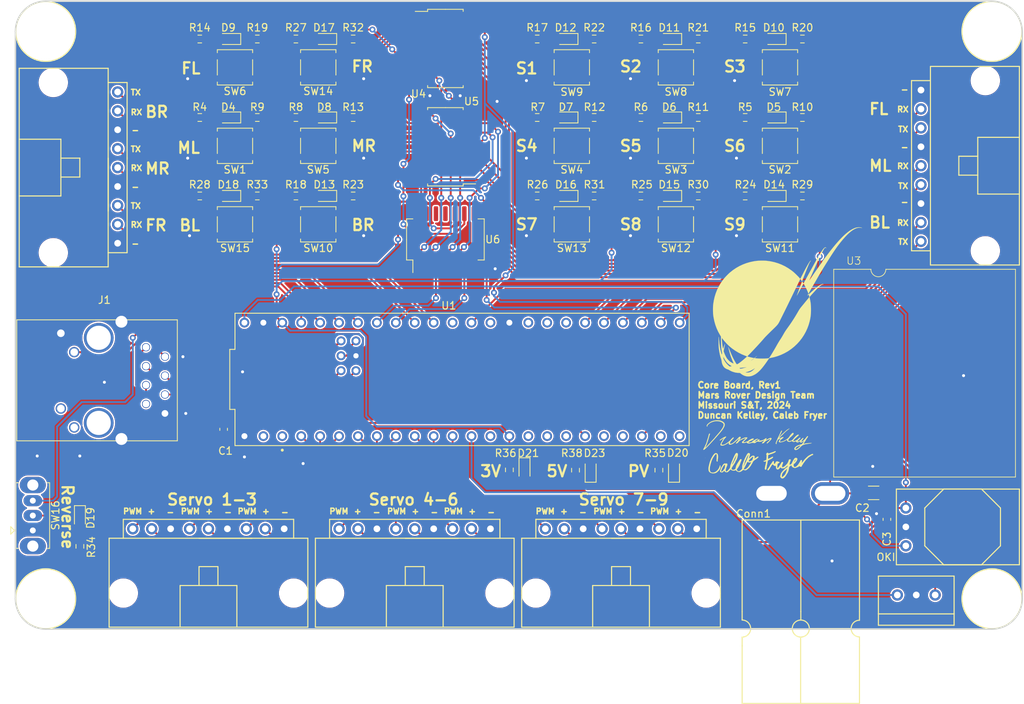
<source format=kicad_pcb>
(kicad_pcb (version 20221018) (generator pcbnew)
  (layers (0 "F.Cu" signal) (31 "B.Cu" signal) (34 "B.Paste" user) (35 "F.Paste" user) (36 "B.SilkS" user "B.Silkscreen") (37 "F.SilkS" user "F.Silkscreen") (38 "B.Mask" user) (39 "F.Mask" user) (44 "Edge.Cuts" user))
  (net 0 "")
  (net 1 "GND")
  (net 2 "Net-(C1-Pad2)")
  (net 3 "PV")
  (net 4 "+5V")
  (net 5 "FL_RX")
  (net 6 "FL_TX")
  (net 7 "ML_RX")
  (net 8 "ML_TX")
  (net 9 "BL_RX")
  (net 10 "BL_TX")
  (net 11 "FR_RX")
  (net 12 "MR_RX")
  (net 13 "MR_TX")
  (net 14 "BR_RX")
  (net 15 "ServoPWM3")
  (net 16 "ServoPWM2")
  (net 17 "ServoPWM1")
  (net 18 "ServoPWM5")
  (net 19 "ServoPWM4")
  (net 20 "ServoPWM7")
  (net 21 "ServoPWM8")
  (net 22 "ServoPWM9")
  (net 23 "NeoPixels")
  (net 24 "Net-(D4-K)")
  (net 25 "+3V3")
  (net 26 "Net-(D5-K)")
  (net 27 "Net-(D6-K)")
  (net 28 "Net-(D7-K)")
  (net 29 "Net-(D8-K)")
  (net 30 "Net-(D9-K)")
  (net 31 "Net-(D10-K)")
  (net 32 "Net-(D11-K)")
  (net 33 "Net-(D12-K)")
  (net 34 "Net-(D13-K)")
  (net 35 "Net-(D14-K)")
  (net 36 "Net-(D15-K)")
  (net 37 "Net-(D16-K)")
  (net 38 "Net-(D17-K)")
  (net 39 "Net-(D18-K)")
  (net 40 "Net-(D19-A)")
  (net 41 "Net-(D20-A)")
  (net 42 "Net-(D21-A)")
  (net 43 "Net-(D23-A)")
  (net 45 "Net-(J1-Pad10)")
  (net 47 "Net-(J1-Pad1)")
  (net 48 "Net-(J1-Pad3)")
  (net 50 "Net-(J1-Pad4)")
  (net 51 "Net-(J1-Pad6)")
  (net 52 "B1")
  (net 53 "B4")
  (net 54 "B7")
  (net 55 "B10")
  (net 56 "B13")
  (net 57 "B2")
  (net 58 "B5")
  (net 59 "B8")
  (net 60 "B11")
  (net 61 "B14")
  (net 62 "B3")
  (net 63 "B6")
  (net 64 "B9")
  (net 65 "B12")
  (net 66 "B15")
  (net 67 "ReverseSW")
  (net 70 "FR_TX")
  (net 73 "Out3")
  (net 74 "Out2")
  (net 76 "BR_TX")
  (net 80 "Out1")
  (net 81 "Out0")
  (net 86 "Net-(U4-S2)")
  (net 87 "Net-(U4-S1)")
  (net 88 "Net-(U4-S0)")
  (net 90 "Net-(U5-S2)")
  (net 91 "Net-(U5-S1)")
  (net 92 "Net-(U5-S0)")
  (net 95 "ServoPWM6")
  (net 99 "Net-(U3-Vout+)")
  (footprint "LED_SMD:LED_0603_1608Metric_Pad1.05x0.95mm_HandSolder" (layer "F.Cu") (at 154.559 47.879 180)
    (fp_text reference "D6")
    (fp_text value "BLUE")
  )
  (footprint "MRDT_Connectors:MOLEX_SL_09_Horizontal" (layer "F.Cu") (at 188.341 44.196 -90)
    (fp_text reference "Conn2" hide)
    (fp_text value "Molex_SL_09")
  )
  (footprint "MRDT_Devices:OKI_Horizontal" (layer "F.Cu") (at 186.309 105.41 90)
    (fp_text reference "U7" hide)
    (fp_text value "OKI")
  )
  (footprint "Signatures:MRDT_CalebSig_15mmx5.4mm" (layer "F.Cu") (at 166.54433 93.838527)
    (fp_text reference "G***" hide)
    (fp_text value "LOGO" hide)
  )
  (footprint "Resistor_SMD:R_0603_1608Metric_Pad0.98x0.95mm_HandSolder" (layer "F.Cu") (at 150.749 37.338 180)
    (fp_text reference "R16")
    (fp_text value "4.7k")
  )
  (footprint "Resistor_SMD:R_0603_1608Metric_Pad0.98x0.95mm_HandSolder" (layer "F.Cu") (at 150.749 47.879 180)
    (fp_text reference "R6")
    (fp_text value "4.7k")
  )
  (footprint "Button_Switch_THT:SW_Slide_1P2T_CK_OS102011MS2Q" (layer "F.Cu") (at 69.1315 103.346 90)
    (fp_text reference "SW16")
    (fp_text value "SW_SPDT")
  )
  (footprint "Button_Switch_SMD:SW_SPST_TL3305A" (layer "F.Cu") (at 96.266 62.23 180)
    (fp_text reference "SW15")
    (fp_text value "SW_Push")
  )
  (footprint "Resistor_SMD:R_0603_1608Metric_Pad0.98x0.95mm_HandSolder" (layer "F.Cu") (at 164.7444 47.879 180)
    (fp_text reference "R5")
    (fp_text value "4.7k")
  )
  (footprint "MRDT_Connectors:MOLEX_SL_09_Horizontal" (layer "F.Cu") (at 130.556 103.124 180)
    (fp_text reference "Conn5" hide)
    (fp_text value "Molex_SL_09")
  )
  (footprint "LED_SMD:LED_0603_1608Metric_Pad1.05x0.95mm_HandSolder" (layer "F.Cu") (at 108.2548 37.338 180)
    (fp_text reference "D17")
    (fp_text value "BLUE")
  )
  (footprint "Button_Switch_SMD:SW_SPST_TL3305A" (layer "F.Cu") (at 107.442 41.148 180)
    (fp_text reference "SW14")
    (fp_text value "SW_Push")
  )
  (footprint "Resistor_SMD:R_0603_1608Metric_Pad0.98x0.95mm_HandSolder" (layer "F.Cu") (at 104.4448 47.879 180)
    (fp_text reference "R8")
    (fp_text value "4.7k")
  )
  (footprint "LED_SMD:LED_0603_1608Metric_Pad1.05x0.95mm_HandSolder" (layer "F.Cu") (at 95.377 37.338 180)
    (fp_text reference "D9")
    (fp_text value "BLUE")
  )
  (footprint "MRDT_Drill_Holes:4_40_Hole" (layer "F.Cu") (at 197.866 112.522 180)
    (fp_text reference "REF**" hide)
    (fp_text value "4_40_Hole" hide)
  )
  (footprint "Button_Switch_SMD:SW_SPST_TL3305A" (layer "F.Cu") (at 141.478 62.23 180)
    (fp_text reference "SW13")
    (fp_text value "SW_Push")
  )
  (footprint "MRDT_Drill_Holes:4_40_Hole" (layer "F.Cu") (at 70.866 112.522 180)
    (fp_text reference "REF**" hide)
    (fp_text value "4_40_Hole" hide)
  )
  (footprint "Signatures:MRDT_DuncanSig_15mmx4.9mm" (layer "F.Cu") (at 166.37 90.551)
    (fp_text reference "G***" hide)
    (fp_text value "LOGO" hide)
  )
  (footprint "MRDT_Connectors:MOLEX_SL_09_Horizontal" (layer "F.Cu") (at 102.87 103.124 180)
    (fp_text reference "Conn4" hide)
    (fp_text value "Molex_SL_09")
  )
  (footprint "MRDT_Drill_Holes:4_40_Hole" (layer "F.Cu") (at 197.866 36.322 180)
    (fp_text reference "REF**" hide)
    (fp_text value "4_40_Hole" hide)
  )
  (footprint "Resistor_SMD:R_0603_1608Metric_Pad0.98x0.95mm_HandSolder" (layer "F.Cu") (at 91.5416 37.338 180)
    (fp_text reference "R14")
    (fp_text value "4.7k")
  )
  (footprint "Button_Switch_SMD:SW_SPST_TL3305A" (layer "F.Cu") (at 155.448 62.23 180)
    (fp_text reference "SW12")
    (fp_text value "SW_Push")
  )
  (footprint "LED_SMD:LED_0603_1608Metric_Pad1.05x0.95mm_HandSolder" (layer "F.Cu") (at 168.5798 37.338 180)
    (fp_text reference "D10")
    (fp_text value "BLUE")
  )
  (footprint "Resistor_SMD:R_0603_1608Metric_Pad0.98x0.95mm_HandSolder" (layer "F.Cu") (at 99.2632 47.879 180)
    (fp_text reference "R9")
    (fp_text value "100")
  )
  (footprint "Resistor_SMD:R_0603_1608Metric_Pad0.98x0.95mm_HandSolder" (layer "F.Cu") (at 133.096 95.2119 -90)
    (fp_text reference "R36")
    (fp_text value "100")
  )
  (footprint "Resistor_SMD:R_0603_1608Metric_Pad0.98x0.95mm_HandSolder" (layer "F.Cu") (at 172.4279 37.338 180)
    (fp_text reference "R20")
    (fp_text value "100")
  )
  (footprint "Resistor_SMD:R_0603_1608Metric_Pad0.98x0.95mm_HandSolder" (layer "F.Cu") (at 172.4279 47.879 180)
    (fp_text reference "R10")
    (fp_text value "100")
  )
  (footprint "Resistor_SMD:R_0603_1608Metric_Pad0.98x0.95mm_HandSolder" (layer "F.Cu") (at 99.2632 37.338 180)
    (fp_text reference "R19")
    (fp_text value "100")
  )
  (footprint "LED_SMD:LED_0603_1608Metric_Pad1.05x0.95mm_HandSolder" (layer "F.Cu") (at 140.6398 37.338 180)
    (fp_text reference "D12")
    (fp_text value "BLUE")
  )
  (footprint "Resistor_SMD:R_0603_1608Metric_Pad0.98x0.95mm_HandSolder" (layer "F.Cu") (at 99.2632 58.42 180)
    (fp_text reference "R33")
    (fp_text value "100")
  )
  (footprint "Button_Switch_SMD:SW_SPST_TL3305A" (layer "F.Cu") (at 141.478 51.689 180)
    (fp_text reference "SW4")
    (fp_text value "SW_Push")
  )
  (footprint "Capacitor_SMD:C_1206_3216Metric_Pad1.33x1.80mm_HandSolder" (layer "F.Cu") (at 181.991 98.298)
    (fp_text reference "C2")
    (fp_text value "10uF")
  )
  (footprint "LED_SMD:LED_0603_1608Metric_Pad1.05x0.95mm_HandSolder" (layer "F.Cu") (at 140.6398 58.42 180)
    (fp_text reference "D16")
    (fp_text value "BLUE")
  )
  (footprint "Resistor_SMD:R_0603_1608Metric_Pad0.98x0.95mm_HandSolder" (layer "F.Cu") (at 112.1283 58.42 180)
    (fp_text reference "R23")
    (fp_text value "100")
  )
  (footprint "Resistor_SMD:R_0603_1608Metric_Pad0.98x0.95mm_HandSolder" (layer "F.Cu") (at 104.4448 58.42 180)
    (fp_text reference "R18")
    (fp_text value "4.7k")
  )
  (footprint "Resistor_SMD:R_0603_1608Metric_Pad0.98x0.95mm_HandSolder" (layer "F.Cu") (at 172.4279 58.42 180)
    (fp_text reference "R29")
    (fp_text value "100")
  )
  (footprint "LED_SMD:LED_0603_1608Metric_Pad1.05x0.95mm_HandSolder" (layer "F.Cu") (at 155.194 95.2119 90)
    (fp_text reference "D20")
    (fp_text value "Green")
  )
  (footprint "MRDT_Shields:Teensy_4_1_Ethernet" (layer "F.Cu") (at 126.746 83.058)
    (fp_text reference "U1")
    (fp_text value "Teensy4.1_DEV-16771")
  )
  (footprint "Resistor_SMD:R_0603_1608Metric_Pad0.98x0.95mm_HandSolder" (layer "F.Cu") (at 91.5416 58.42 180)
    (fp_text reference "R28")
    (fp_text value "4.7k")
  )
  (footprint "Capacitor_SMD:C_0603_1608Metric_Pad1.08x0.95mm_HandSolder" (layer "F.Cu") (at 183.769 101.854 -90)
    (fp_text reference "C3")
    (fp_text value "10uF")
  )
  (footprint "MRDT_Silkscreens:0_MRDT_Logo_20mm" (layer "F.Cu") (at 170.434 72.644)
    (fp_text reference "G***" hide)
    (fp_text value "LOGO" hide)
  )
  (footprint "Package_SO:SO-14_5.3x10.2mm_P1.27mm" (layer "F.Cu") (at 124.5108 64.262 90)
    (fp_text reference "U6")
    (fp_text value "74HC00")
  )
  (footprint "Resistor_SMD:R_0603_1608Metric_Pad0.98x0.95mm_HandSolder" (layer "F.Cu") (at 158.4452 37.338 180)
    (fp_text reference "R21")
    (fp_text value "100")
  )
  (footprint "LED_SMD:LED_0603_1608Metric_Pad1.05x0.95mm_HandSolder" (layer "F.Cu") (at 154.559 58.42 180)
    (fp_text reference "D15")
    (fp_text value "BLUE")
  )
  (footprint "LED_SMD:LED_0603_1608Metric_Pad1.05x0.95mm_HandSolder" (layer "F.Cu") (at 108.2548 58.42 180)
    (fp_text reference "D13")
    (fp_text value "BLUE")
  )
  (footprint "Button_Switch_SMD:SW_SPST_TL3305A" (layer "F.Cu") (at 141.478 41.148 180)
    (fp_text reference "SW9")
    (fp_text value "SW_Push")
  )
  (footprint "Button_Switch_SMD:SW_SPST_TL3305A" (layer "F.Cu") (at 155.448 41.148 180)
    (fp_text reference "SW8")
    (fp_text value "SW_Push")
  )
  (footprint "Capacitor_SMD:C_0603_1608Metric_Pad1.08x0.95mm_HandSolder" (layer "F.Cu") (at 94.742 89.7625 90)
    (fp_text reference "C1")
    (fp_text value "0.1uF")
  )
  (footprint "Resistor_SMD:R_0603_1608Metric_Pad0.98x0.95mm_HandSolder" (layer "F.Cu") (at 141.9715 95.25 90)
    (fp_text reference "R38")
    (fp_text value "300")
  )
  (footprint "LED_SMD:LED_0603_1608Metric_Pad1.05x0.95mm_HandSolder" (layer "F.Cu") (at 135.128 95.25 -90)
    (fp_text reference "D21")
    (fp_text value "Green")
  )
  (footprint "Resistor_SMD:R_0603_1608Metric_Pad0.98x0.95mm_HandSolder" (layer "F.Cu") (at 91.5416 47.879 180)
    (fp_text reference "R4")
    (fp_text value "4.7k")
  )
  (footprint "LED_SMD:LED_0603_1608Metric_Pad1.05x0.95mm_HandSolder" (layer "F.Cu") (at 168.5798 47.879 180)
    (fp_text reference "D5")
    (fp_text value "BLUE")
  )
  (footprint "Resistor_SMD:R_0603_1608Metric_Pad0.98x0.95mm_HandSolder" (layer "F.Cu") (at 158.4452 58.42 180)
    (fp_text reference "R30")
    (fp_text value "100")
  )
  (footprint "LED_SMD:LED_0603_1608Metric_Pad1.05x0.95mm_HandSolder" (layer "F.Cu") (at 108.2548 47.879 180)
    (fp_text reference "D8")
    (fp_text value "BLUE")
  )
  (footprint "Resistor_SMD:R_0603_1608Metric_Pad0.98x0.95mm_HandSolder" (layer "F.Cu") (at 112.1283 37.338 180)
    (fp_text reference "R32")
    (fp_text value "100")
  )
  (footprint "Resistor_SMD:R_0603_1608Metric_Pad0.98x0.95mm_HandSolder" (layer "F.Cu") (at 104.4448 37.338 180)
    (fp_text reference "R27")
    (fp_text value "4.7k")
  )
  (footprint "Package_SO:SOIC-16_4.55x10.3mm_P1.27mm" (layer "F.Cu") (at 124.5108 38.608)
    (fp_text reference "U4")
    (fp_text value "74HC148")
  )
  (footprint "Resistor_SMD:R_0603_1608Metric_Pad0.98x0.95mm_HandSolder" (layer "F.Cu") (at 158.4452 47.879 180)
    (fp_text reference "R11")
    (fp_text value "100")
  )
  (footprint "Resistor_SMD:R_0603_1608Metric_Pad0.98x0.95mm_HandSolder" (layer "F.Cu") (at 136.8298 47.879 180)
    (fp_text reference "R7")
    (fp_text value "4.7k")
  )
  (footprint "LED_SMD:LED_0603_1608Metric_Pad1.05x0.95mm_HandSolder" (layer "F.Cu") (at 154.559 37.338 180)
    (fp_text reference "D11")
    (fp_text value "BLUE")
  )
  (footprint "LED_SMD:LED_0603_1608Metric_Pad1.05x0.95mm_HandSolder" (layer "F.Cu") (at 140.6398 47.879 180)
    (fp_text reference "D7")
    (fp_text value "BLUE")
  )
  (footprint "Resistor_SMD:R_0603_1608Metric_Pad0.98x0.95mm_HandSolder" (layer "F.Cu") (at 164.7444 37.338 180)
    (fp_text reference "R15")
    (fp_text value "4.7k")
  )
  (footprint "MRDT_Connectors:MOLEX_SL_03_Vertical" (layer "F.Cu") (at 190.246 112.014 180)
    (fp_text reference "Conn7" hide)
    (fp_text value "Molex_SL_03")
  )
  (footprint "Package_SO:SOIC-16_4.55x10.3mm_P1.27mm" (layer "F.Cu") (at 124.5108 51.816 180)
    (fp_text reference "U5")
    (fp_text value "74HC148")
  )
  (footprint "Button_Switch_SMD:SW_SPST_TL3305A" (layer "F.Cu") (at 107.442 51.689 180)
    (fp_text reference "SW5")
    (fp_text value "SW_Push")
  )
  (footprint "LED_SMD:LED_0603_1608Metric_Pad1.05x0.95mm_HandSolder" (layer "F.Cu") (at 95.377 47.879 180)
    (fp_text reference "D4")
    (fp_text value "BLUE")
  )
  (footprint "Resistor_SMD:R_0603_1608Metric_Pad0.98x0.95mm_HandSolder" (layer "F.Cu") (at 164.7444 58.42 180)
    (fp_text reference "R24")
    (fp_text value "4.7k")
  )
  (footprint "LED_SMD:LED_0603_1608Metric_Pad1.05x0.95mm_HandSolder" (layer "F.Cu") (at 168.5798 58.42 180)
    (fp_text reference "D14")
    (fp_text value "BLUE")
  )
  (footprint "Button_Switch_SMD:SW_SPST_TL3305A" (layer "F.Cu") (at 169.418 51.689 180)
    (fp_text reference "SW2")
    (fp_text value "SW_Push")
  )
  (footprint "Button_Switch_SMD:SW_SPST_TL3305A" (layer "F.Cu") (at 155.448 51.689 180)
    (fp_text reference "SW3")
    (fp_text value "SW_Push")
  )
  (footprint "Resistor_SMD:R_0603_1608Metric_Pad0.98x0.95mm_HandSolder" (layer "F.Cu") (at 112.1283 47.879 180)
    (fp_text reference "R13")
    (fp_text value "100")
  )
  (footprint "Resistor_SMD:R_0603_1608Metric_Pad0.98x0.95mm_HandSolder" (layer "F.Cu") (at 136.8298 37.338 180)
    (fp_text reference "R17")
    (fp_text value "4.7k")
  )
  (footprint "MRDT_Connectors:RJ45_Teensy" (layer "F.Cu") (at 64.978 83.31 -90)
    (fp_text reference "J1")
    (fp_text value "RJ45_LED_Shielded")
  )
  (footprint "MRDT_Connectors:Square_Anderson_2_H_Side_By_Side_PV" (layer "F.Cu") (at 167.975 98.2382 90)
    (fp_text reference "Conn1")
    (fp_text value "AndersonPP")
  )
  (footprint "Button_Switch_SMD:SW_SPST_TL3305A" (layer "F.Cu") (at 96.266 41.148 180)
    (fp_text reference "SW6")
    (fp_text value "SW_Push")
  )
  (footprint "MRDT_Connectors:MOLEX_SL_09_Horizontal" (layer "F.Cu") (at 158.242 103.124 180)
    (fp_text reference "Conn6" hide)
    (fp_text value "Molex_SL_09")
  )
  (footprint "LED_SMD:LED_0603_1608Metric_Pad1.05x0.95mm_HandSolder" (layer "F.Cu") (at 75.4505 101.679 -90)
    (fp_text reference "D19")
    (fp_text value "BLUE")
  )
  (footprint "Resistor_SMD:R_0603_1608Metric_Pad0.98x0.95mm_HandSolder" (layer "F.Cu") (at 144.4752 58.42 180)
    (fp_text reference "R31")
    (fp_text value "100")
  )
  (footprint "Resistor_SMD:R_0603_1608Metric_Pad0.98x0.95mm_HandSolder" (layer "F.Cu") (at 144.4752 47.879 180)
    (fp_text reference "R12")
    (fp_text value "100")
  )
  (footprint "Resistor_SMD:R_0603_1608Metric_Pad0.98x0.95mm_HandSolder" (layer "F.Cu") (at 75.4505 105.4795 -90)
    (fp_text reference "R34")
    (fp_text value "100")
  )
  (footprint "MRDT_Drill_Holes:4_40_Hole" (layer "F.Cu") (at 70.866 36.322 180)
    (fp_text reference "REF**" hide)
    (fp_text value "4_40_Hole" hide)
  )
  (footprint "Resistor_SMD:R_0603_1608Metric_Pad0.98x0.95mm_HandSolder" (layer "F.Cu") (at 153.162 95.25 90)
    (fp_text reference "R35")
    (fp_text value "3k")
  )
  (footprint "Button_Switch_SMD:SW_SPST_TL3305A" (layer "F.Cu") (at 169.418 62.23 180)
    (fp_text reference "SW11")
    (fp_text value "SW_Push")
  )
  (footprint "LED_SMD:LED_0603_1608Metric_Pad1.05x0.95mm_HandSolder" (layer "F.Cu") (at 95.377 58.42 180)
    (fp_text reference "D18")
    (fp_text value "BLUE")
  )
  (footprint "Button_Switch_SMD:SW_SPST_TL3305A" (layer "F.Cu") (at 169.418 41.148 180)
    (fp_text reference "SW7")
    (fp_text value "SW_Push")
  )
  (footprint "LED_SMD:LED_0603_1608Metric_Pad1.05x0.95mm_HandSolder" (layer "F.Cu") (at 144.0035 95.2119 90)
    (fp_text reference "D23")
    (fp_text value "Green")
  )
  (footprint "Resistor_SMD:R_0603_1608Metric_Pad0.98x0.95mm_HandSolder" (layer "F.Cu") (at 150.749 58.42 180)
    (fp_text reference "R25")
    (fp_text value "4.7k")
  )
  (footprint "Button_Switch_SMD:SW_SPST_TL3305A" (layer "F.Cu") (at 107.442 62.23 180)
    (fp_text reference "SW10")
    (fp_text value "SW_Push")
  )
  (footprint "Resistor_SMD:R_0603_1608Metric_Pad0.98x0.95mm_HandSolder" (layer "F.Cu") (at 144.4752 37.338 180)
    (fp_text reference "R22")
    (fp_text value "100")
  )
  (footprint "MRDT_Connectors:MOLEX_SL_09_Horizontal" (layer "F.Cu") (at 80.518 64.77 90)
    (fp_text reference "Conn3" hide)
    (fp_text value "Molex_SL_09")
  )
  (footprint "MRDT_Devices:SHHD003A0A-SRZ" (layer "F.Cu") (at 176.622 68.2682 -90)
    (fp_text reference "U3")
    (fp_text value "SHHD003A0A")
  )
  (footprint "Resistor_SMD:R_0603_1608Metric_Pad0.98x0.95mm_HandSolder" (layer "F.Cu") (at 136.8298 58.42 180)
    (fp_text reference "R26")
    (fp_text value "4.7k")
  )
  (footprint "Button_Switch_SMD:SW_SPST_TL3305A" (layer "F.Cu") (at 96.266 51.689 180)
    (fp_text reference "SW1")
    (fp_text value "SW_Push")
  )
  (gr_line (start 197.866 116.586) (end 70.866 116.586) (stroke (width 0.2)) (layer "Edge.Cuts"))
  (gr_line (start 197.786318 32.258) (end 70.866 32.258) (stroke (width 0.2)) (layer "Edge.Cuts"))
  (gr_line (start 201.93 112.522) (end 201.93 36.401682) (stroke (width 0.2)) (layer "Edge.Cuts"))
  (gr_arc (start 197.786318 32.258) (mid 200.716344 33.471656) (end 201.93 36.401682) (stroke (width 0.2)) (layer "Edge.Cuts"))
  (gr_arc (start 201.93 112.522) (mid 200.739682 115.395682) (end 197.866 116.586) (stroke (width 0.2)) (layer "Edge.Cuts"))
  (gr_arc (start 66.802 36.322) (mid 67.992318 33.448318) (end 70.866 32.258) (stroke (width 0.2)) (layer "Edge.Cuts"))
  (gr_line (start 66.802 112.522) (end 66.802 36.322) (stroke (width 0.2)) (layer "Edge.Cuts"))
  (gr_arc (start 70.866 116.586) (mid 67.992318 115.395682) (end 66.802 112.522) (stroke (width 0.2)) (layer "Edge.Cuts"))
  (gr_text "+" (at 119.888 101.219) (layer "F.SilkS") (effects (font (size 0.762 0.762) (thickness 0.1905) bold) (justify left bottom)))
  (gr_text "PWM" (at 108.839 101.219) (layer "F.SilkS") (effects (font (size 0.762 0.762) (thickness 0.1905) bold) (justify left bottom)))
  (gr_text "PWM" (at 144.272 101.219) (layer "F.SilkS") (effects (font (size 0.762 0.762) (thickness 0.1905) bold) (justify left bottom)))
  (gr_text "ML" (at 88.392 52.832) (layer "F.SilkS") (effects (font (size 1.5 1.5) (thickness 0.3) bold) (justify left bottom)))
  (gr_text "+" (at 139.827 101.219) (layer "F.SilkS") (effects (font (size 0.762 0.762) (thickness 0.1905) bold) (justify left bottom)))
  (gr_text "RX" (at 185.039 62.484) (layer "F.SilkS") (effects (font (size 0.762 0.762) (thickness 0.1905) bold) (justify left bottom)))
  (gr_text "-" (at 86.995 101.346) (layer "F.SilkS") (effects (font (size 0.762 0.762) (thickness 0.1905) bold) (justify left bottom)))
  (gr_text "ML" (at 181.229 55.245) (layer "F.SilkS") (effects (font (size 1.5 1.5) (thickness 0.3) bold) (justify left bottom)))
  (gr_text "+" (at 155.194 101.219) (layer "F.SilkS") (effects (font (size 0.762 0.762) (thickness 0.1905) bold) (justify left bottom)))
  (gr_text "-" (at 82.296 57.658) (layer "F.SilkS") (effects (font (size 0.762 0.762) (thickness 0.1905) bold) (justify left bottom)))
  (gr_text "BR" (at 84.074 48.006) (layer "F.SilkS") (effects (font (size 1.5 1.5) (thickness 0.3) bold) (justify left bottom)))
  (gr_text "RX" (at 185.039 54.864) (layer "F.SilkS") (effects (font (size 0.762 0.762) (thickness 0.1905) bold) (justify left bottom)))
  (gr_text "TX" (at 82.169 44.958) (layer "F.SilkS") (effects (font (size 0.762 0.762) (thickness 0.1905) bold) (justify left bottom)))
  (gr_text "BL" (at 181.229 62.865) (layer "F.SilkS") (effects (font (size 1.5 1.5) (thickness 0.3) bold) (justify left bottom)))
  (gr_text "-" (at 150.114 101.346) (layer "F.SilkS") (effects (font (size 0.762 0.762) (thickness 0.1905) bold) (justify left bottom)))
  (gr_text "PWM" (at 136.525 101.219) (layer "F.SilkS") (effects (font (size 0.762 0.762) (thickness 0.1905) bold) (justify left bottom)))
  (gr_text "Core Board, Rev1\nMars Rover Design Team\nMissouri S&T, 2024\nDuncan Kelley, Caleb Fryer" (at 158.242 85.852) (layer "F.SilkS") (effects (font (size 0.8382 0.8382) (thickness 0.20955)) (justify left)))
  (gr_text "5V" (at 137.922 96.266) (layer "F.SilkS") (effects (font (size 1.5 1.5) (thickness 0.3) bold) (justify left bottom)))
  (gr_text "BL" (at 88.646 63.246) (layer "F.SilkS") (effects (font (size 1.5 1.5) (thickness 0.3) bold) (justify left bottom)))
  (gr_text "MR" (at 111.76 52.578) (layer "F.SilkS") (effects (font (size 1.5 1.5) (thickness 0.3) bold) (justify left bottom)))
  (gr_text "-" (at 122.428 101.346) (layer "F.SilkS") (effects (font (size 0.762 0.762) (thickness 0.1905) bold) (justify left bottom)))
  (gr_text "FR" (at 111.76 41.91) (layer "F.SilkS") (effects (font (size 1.5 1.5) (thickness 0.3) bold) (justify left bottom)))
  (gr_text "-" (at 94.742 101.346) (layer "F.SilkS") (effects (font (size 0.762 0.762) (thickness 0.1905) bold) (justify left bottom)))
  (gr_text "S4" (at 133.7945 52.578) (layer "F.SilkS") (effects (font (size 1.5 1.5) (thickness 0.3) bold) (justify left bottom)))
  (gr_text "+" (at 84.455 101.219) (layer "F.SilkS") (effects (font (size 0.762 0.762) (thickness 0.1905) bold) (justify left bottom)))
  (gr_text "TX" (at 185.166 65.024) (layer "F.SilkS") (effects (font (size 0.762 0.762) (thickness 0.1905) bold) (justify left bottom)))
  (gr_text "RX" (at 185.039 47.244) (layer "F.SilkS") (effects (font (size 0.762 0.762) (thickness 0.1905) bold) (justify left bottom)))
  (gr_text "PWM" (at 81.153 101.219) (layer "F.SilkS") (effects (font (size 0.762 0.762) (thickness 0.1905) bold) (justify left bottom)))
  (gr_text "Reverse" (at 72.9105 96.994 270) (layer "F.SilkS") (effects (font (size 1.5 1.5) (thickness 0.3) bold) (justify left bottom)))
  (gr_text "-" (at 82.296 65.278) (layer "F.SilkS") (effects (font (size 0.762 0.762) (thickness 0.1905) bold) (justify left bottom)))
  (gr_text "-" (at 142.367 101.346) (layer "F.SilkS") (effects (font (size 0.762 0.762) (thickness 0.1905) bold) (justify left bottom)))
  (gr_text "-" (at 185.547 44.577) (layer "F.SilkS") (effects (font (size 0.762 0.762) (thickness 0.1905) bold) (justify left bottom)))
  (gr_text "+" (at 127.508 101.219) (layer "F.SilkS") (effects (font (size 0.762 0.762) (thickness 0.1905) bold) (justify left bottom)))
  (gr_text "PWM" (at 96.52 101.219) (layer "F.SilkS") (effects (font (size 0.762 0.762) (thickness 0.1905) bold) (justify left bottom)))
  (gr_text "Servo 7-9" (at 142.24 100.076) (layer "F.SilkS") (effects (font (size 1.5 1.5) (thickness 0.3) bold) (justify left bottom)))
  (gr_text "-" (at 130.048 101.346) (layer "F.SilkS") (effects (font (size 0.762 0.762) (thickness 0.1905) bold) (justify left bottom)))
  (gr_text "FL" (at 88.9 42.164) (layer "F.SilkS") (effects (font (size 1.5 1.5) (thickness 0.3) bold) (justify left bottom)))
  (gr_text "-" (at 82.296 50.038) (layer "F.SilkS") (effects (font (size 0.762 0.762) (thickness 0.1905) bold) (justify left bottom)))
  (gr_text "PWM" (at 88.9 101.219) (layer "F.SilkS") (effects (font (size 0.762 0.762) (thickness 0.1905) bold) (justify left bottom)))
  (gr_text "RX" (at 82.169 62.738) (layer "F.SilkS") (effects (font (size 0.762 0.762) (thickness 0.1905) bold) (justify left bottom)))
  (gr_text "+" (at 112.141 101.219) (layer "F.SilkS") (effects (font (size 0.762 0.762) (thickness 0.1905) bold) (justify left bottom)))
  (gr_text "3V" (at 129.032 96.266) (layer "F.SilkS") (effects (font (size 1.5 1.5) (thickness 0.3) bold) (justify left bottom)))
  (gr_text "-" (at 102.362 101.346) (layer "F.SilkS") (effects (font (size 0.762 0.762) (thickness 0.1905) bold) (justify left bottom)))
  (gr_text "Servo 1-3" (at 86.995 100.076) (layer "F.SilkS") (effects (font (size 1.5 1.5) (thickness 0.3) bold) (justify left bottom)))
  (gr_text "MR" (at 84.074 55.626) (layer "F.SilkS") (effects (font (size 1.5 1.5) (thickness 0.3) bold) (justify left bottom)))
  (gr_text "S5" (at 147.7645 52.578) (layer "F.SilkS") (effects (font (size 1.5 1.5) (thickness 0.3) bold) (justify left bottom)))
  (gr_text "RX" (at 82.169 47.625) (layer "F.SilkS") (effects (font (size 0.762 0.762) (thickness 0.1905) bold) (justify left bottom)))
  (gr_text "-" (at 185.547 59.69) (layer "F.SilkS") (effects (font (size 0.762 0.762) (thickness 0.1905) bold) (justify left bottom)))
  (gr_text "-" (at 114.681 101.346) (layer "F.SilkS") (effects (font (size 0.762 0.762) (thickness 0.1905) bold) (justify left bottom)))
  (gr_text "S2" (at 147.7645 41.91) (layer "F.SilkS") (effects (font (size 1.5 1.5) (thickness 0.3) bold) (justify left bottom)))
  (gr_text "FR" (at 84.074 63.246) (layer "F.SilkS") (effects (font (size 1.5 1.5) (thickness 0.3) bold) (justify left bottom)))
  (gr_text "FL" (at 181.229 47.625) (layer "F.SilkS") (effects (font (size 1.5 1.5) (thickness 0.3) bold) (justify left bottom)))
  (gr_text "TX" (at 82.169 52.578) (layer "F.SilkS") (effects (font (size 0.762 0.762) (thickness 0.1905) bold) (justify left bottom)))
  (gr_text "+" (at 92.202 101.219) (layer "F.SilkS") (effects (font (size 0.762 0.762) (thickness 0.1905) bold) (justify left bottom)))
  (gr_text "PV" (at 148.844 96.266) (layer "F.SilkS") (effects (font (size 1.5 1.5) (thickness 0.3) bold) (justify left bottom)))
  (gr_text "PWM" (at 151.892 101.219) (layer "F.SilkS") (effects (font (size 0.762 0.762) (thickness 0.1905) bold) (justify left bottom)))
  (gr_text "PWM" (at 124.206 101.219) (layer "F.SilkS") (effects (font (size 0.762 0.762) (thickness 0.1905) bold) (justify left bottom)))
  (gr_text "S6" (at 161.7345 52.578) (layer "F.SilkS") (effects (font (size 1.5 1.5) (thickness 0.3) bold) (justify left bottom)))
  (gr_text "Servo 4-6" (at 114.046 100.076) (layer "F.SilkS") (effects (font (size 1.5 1.5) (thickness 0.3) bold) (justify left bottom)))
  (gr_text "TX" (at 185.166 57.531) (layer "F.SilkS") (effects (font (size 0.762 0.762) (thickness 0.1905) bold) (justify left bottom)))
  (gr_text "TX" (at 82.169 60.198) (layer "F.SilkS") (effects (font (size 0.762 0.762) (thickness 0.1905) bold) (justify left bottom)))
  (gr_text "TX" (at 185.166 49.911) (layer "F.SilkS") (effects (font (size 0.762 0.762) (thickness 0.1905) bold) (justify left bottom)))
  (gr_text "PWM" (at 116.586 101.219) (layer "F.SilkS") (effects (font (size 0.762 0.762) (thickness 0.1905) bold) (justify left bottom)))
  (gr_text "RX" (at 82.169 55.118) (layer "F.SilkS") (effects (font (size 0.762 0.762) (thickness 0.1905) bold) (justify left bottom)))
  (gr_text "BR" (at 111.76 63.196) (layer "F.SilkS") (effects (font (size 1.5 1.5) (thickness 0.3) bold) (justify left bottom)))
  (gr_text "S8" (at 147.7645 63.119) (layer "F.SilkS") (effects (font (size 1.5 1.5) (thickness 0.3) bold) (justify left bottom)))
  (gr_text "S3" (at 161.7345 41.91) (layer "F.SilkS") (effects (font (size 1.5 1.5) (thickness 0.3) bold) (justify left bottom)))
  (gr_text "-" (at 157.734 101.346) (layer "F.SilkS") (effects (font (size 0.762 0.762) (thickness 0.1905) bold) (justify left bottom)))
  (gr_text "+" (at 99.822 101.219) (layer "F.SilkS") (effects (font (size 0.762 0.762) (thickness 0.1905) bold) (justify left bottom)))
  (gr_text "+" (at 147.574 101.219) (layer "F.SilkS") (effects (font (size 0.762 0.762) (thickness 0.1905) bold) (justify left bottom)))
  (gr_text "-" (at 185.547 52.324) (layer "F.SilkS") (effects (font (size 0.762 0.762) (thickness 0.1905) bold) (justify left bottom)))
  (gr_text "S1" (at 133.7945 42.164) (layer "F.SilkS") (effects (font (size 1.5 1.5) (thickness 0.3) bold) (justify left bottom)))
  (gr_text "S9" (at 161.7345 63.119) (layer "F.SilkS") (effects (font (size 1.5 1.5) (thickness 0.3) bold) (justify left bottom)))
  (gr_text "S7" (at 133.7945 63.119) (layer "F.SilkS") (effects (font (size 1.5 1.5) (thickness 0.3) bold) (justify left bottom)))
  (via (at 113.538 53.34) (size 0.8) (drill 0.4) (layers "F.Cu" "B.Cu") (net 1))
  (via (at 181.864 94.742) (size 0.8) (drill 0.4) (layers "F.Cu" "B.Cu") (net 1))
  (via (at 89.662 87.63) (size 0.8) (drill 0.4) (layers "F.Cu" "B.Cu") (net 1))
  (via (at 149.352 63.754) (size 0.8) (drill 0.4) (layers "F.Cu" "B.Cu") (net 1))
  (via (at 176.403 107.442) (size 0.8) (drill 0.4) (layers "F.Cu" "B.Cu") (net 1))
  (via (at 97.282 82.042) (size 0.8) (drill 0.4) (layers "F.Cu" "B.Cu") (net 1))
  (via (at 149.352 53.34) (size 0.8) (drill 0.4) (layers "F.Cu" "B.Cu") (net 1))
  (via (at 149.352 42.672) (size 0.8) (drill 0.4) (layers "F.Cu" "B.Cu") (net 1))
  (via (at 131.445 45.72) (size 0.8) (drill 0.4) (layers "F.Cu" "B.Cu") (net 1))
  (via (at 131.191 68.199) (size 0.8) (drill 0.4) (layers "F.Cu" "B.Cu") (net 1))
  (via (at 89.916 53.34) (size 0.8) (drill 0.4) (layers "F.Cu" "B.Cu") (net 1))
  (via (at 163.576 63.754) (size 0.8) (drill 0.4) (layers "F.Cu" "B.Cu") (net 1))
  (via (at 163.576 53.34) (size 0.8) (drill 0.4) (layers "F.Cu" "B.Cu") (net 1))
  (via (at 78.74 83.439) (size 0.8) (drill 0.4) (layers "F.Cu" "B.Cu") (net 1))
  (via (at 113.538 63.754) (size 0.8) (drill 0.4) (layers "F.Cu" "B.Cu") (net 1))
  (via (at 113.538 42.672) (size 0.8) (drill 0.4) (layers "F.Cu" "B.Cu") (net 1))
  (via (at 163.322 42.926) (size 0.8) (drill 0.4) (layers "F.Cu" "B.Cu") (net 1))
  (via (at 105.41 94.361) (size 0.8) (drill 0.4) (layers "F.Cu" "B.Cu") (net 1))
  (via (at 194.056 82.55) (size 0.8) (drill 0.4) (layers "F.Cu" "B.Cu") (net 1))
  (via (at 135.382 53.34) (size 0.8) (drill 0.4) (layers "F.Cu" "B.Cu") (net 1))
  (via (at 122.428 44.958) (size 0.8) (drill 0.4) (layers "F.Cu" "B.Cu") (net 1))
  (via (at 135.382 63.754) (size 0.8) (drill 0.4) (layers "F.Cu" "B.Cu") (net 1))
  (via (at 182.372 101.092) (size 0.8) (drill 0.4) (layers "F.Cu" "B.Cu") (net 1))
  (via (at 135.382 42.926) (size 0.8) (drill 0.4) (layers "F.Cu" "B.Cu") (net 1))
  (via (at 97.536 93.472) (size 0.8) (drill 0.4) (layers "F.Cu" "B.Cu") (net 1))
  (via (at 90.17 63.754) (size 0.8) (drill 0.4) (layers "F.Cu" "B.Cu") (net 1))
  (via (at 69.723 93.345) (size 0.8) (drill 0.4) (layers "F.Cu" "B.Cu") (net 1))
  (via (at 89.916 42.672) (size 0.8) (drill 0.4) (layers "F.Cu" "B.Cu") (net 1))
  (via (at 75.438 93.345) (size 0.8) (drill 0.4) (layers "F.Cu" "B.Cu") (net 1))
  (via (at 126.492 44.958) (size 0.8) (drill 0.4) (layers "F.Cu" "B.Cu") (net 1))
  (via (at 89.281 80.01) (size 0.8) (drill 0.4) (layers "F.Cu" "B.Cu") (net 1))
  (segment (start 83.003 83.765) (end 84.328 85.09) (width 0.25) (layer "F.Cu") (net 2))
  (segment (start 86.900563 88.9) (end 85.630563 87.63) (width 0.25) (layer "F.Cu") (net 2))
  (segment (start 85.630563 86.392563) (end 84.328 85.09) (width 0.25) (layer "F.Cu") (net 2))
  (segment (start 83.933 77.865) (end 83.003 78.795) (width 0.25) (layer "F.Cu") (net 2))
  (segment (start 86.868 80.01) (end 84.723 77.865) (width 0.25) (layer "F.Cu") (net 2))
  (segment (start 94.742 88.9) (end 86.900563 88.9) (width 0.25) (layer "F.Cu") (net 2))
  (segment (start 83.003 78.795) (end 83.003 83.765) (width 0.25) (layer "F.Cu") (net 2))
  (segment (start 84.328 85.09) (end 84.328 83.82) (width 0.25) (layer "F.Cu") (net 2))
  (segment (start 84.723 77.865) (end 83.933 77.865) (width 0.25) (layer "F.Cu") (net 2))
  (segment (start 85.630563 87.63) (end 85.630563 86.392563) (width 0.25) (layer "F.Cu") (net 2))
  (segment (start 171.6418 102.87) (end 176.149 98.3628) (width 0.254) (layer "F.Cu") (net 3))
  (segment (start 153.47 97.336) (end 160.970052 97.336) (width 0.254) (layer "F.Cu") (net 3))
  (segment (start 179.832 78.482) (end 179.832 78.486) (width 0.25) (layer "F.Cu") (net 3))
  (segment (start 160.970052 97.336) (end 166.504052 102.87) (width 0.254) (layer "F.Cu") (net 3))
  (segment (start 176.149 82.169) (end 176.149 98.3628) (width 0.25) (layer "F.Cu") (net 3))
  (segment (start 180.4285 98.298) (end 180.4285 101.1805) (width 0.25) (layer "F.Cu") (net 3))
  (segment (start 186.322 71.992) (end 179.832 78.482) (width 0.25) (layer "F.Cu") (net 3))
  (segment (start 153.162 96.1625) (end 153.162 97.028) (width 0.254) (layer "F.Cu") (net 3))
  (segment (start 179.832 78.486) (end 176.149 82.169) (width 0.25) (layer "F.Cu") (net 3))
  (segment (start 180.4285 101.1805) (end 181.102 101.854) (width 0.25) (layer "F.Cu") (net 3))
  (segment (start 176.149 98.3628) (end 180.3637 98.3628) (width 0.25) (layer "F.Cu") (net 3))
  (segment (start 153.162 97.028) (end 153.47 97.336) (width 0.254) (layer "F.Cu") (net 3))
  (segment (start 166.504052 102.87) (end 171.6418 102.87) (width 0.254) (layer "F.Cu") (net 3))
  (via (at 181.102 101.854) (size 0.8) (drill 0.4) (layers "F.Cu" "B.Cu") (net 3))
  (segment (start 181.737 103.886) (end 183.261 105.41) (width 0.25) (layer "B.Cu") (net 3))
  (segment (start 181.102 101.854) (end 181.737 102.489) (width 0.25) (layer "B.Cu") (net 3))
  (segment (start 181.737 102.489) (end 181.737 103.886) (width 0.25) (layer "B.Cu") (net 3))
  (segment (start 183.261 105.41) (end 186.309 105.41) (width 0.25) (layer "B.Cu") (net 3))
  (segment (start 140.462 103.124) (end 142.24 104.902) (width 0.254) (layer "F.Cu") (net 4))
  (segment (start 122.428 104.902) (end 130.048 104.902) (width 0.254) (layer "F.Cu") (net 4))
  (segment (start 122.174 104.902) (end 122.428 104.902) (width 0.254) (layer "F.Cu") (net 4))
  (segment (start 120.396 103.124) (end 122.174 104.902) (width 0.254) (layer "F.Cu") (net 4))
  (segment (start 129.794 104.902) (end 130.048 104.902) (width 0.254) (layer "F.Cu") (net 4))
  (segment (start 157.48 104.902) (end 168.148 104.902) (width 0.254) (layer "F.Cu") (net 4))
  (segment (start 142.494 104.902) (end 150.114 104.902) (width 0.254) (layer "F.Cu") (net 4))
  (segment (start 167.894 104.902) (end 168.148 104.902) (width 0.254) (layer "F.Cu") (net 4))
  (segment (start 168.148 104.902) (end 179.8585 104.902) (width 0.254) (layer "F.Cu") (net 4))
  (segment (start 149.86 104.902) (end 150.114 104.902) (width 0.254) (layer "F.Cu") (net 4))
  (segment (start 114.554 104.902) (end 114.808 104.902) (width 0.254) (layer "F.Cu") (net 4))
  (segment (start 142.24 104.902) (end 142.494 104.902) (width 0.254) (layer "F.Cu") (net 4))
  (segment (start 155.702 103.124) (end 157.48 104.902) (width 0.254) (layer "F.Cu") (net 4))
  (segment (start 183.769 100.9915) (end 184.4305 100.33) (width 0.254) (layer "F.Cu") (net 4))
  (segment (start 184.4305 100.33) (end 186.309 100.33) (width 0.254) (layer "F.Cu") (net 4))
  (segment (start 186.309 100.33) (end 186.309 96.901) (width 0.254) (layer "F.Cu") (net 4))
  (segment (start 160.782 97.79) (end 167.894 104.902) (width 0.254) (layer "F.Cu") (net 4))
  (segment (start 141.9715 96.1625) (end 143.599 97.79) (width 0.254) (layer "F.Cu") (net 4))
  (segment (start 86.868 104.902) (end 94.742 104.902) (width 0.254) (layer "F.Cu") (net 4))
  (segment (start 102.108 104.902) (end 102.362 104.902) (width 0.254) (layer "F.Cu") (net 4))
  (segment (start 179.8585 104.902) (end 183.769 100.9915) (width 0.254) (layer "F.Cu") (net 4))
  (segment (start 112.776 103.124) (end 114.554 104.902) (width 0.254) (layer "F.Cu") (net 4))
  (segment (start 130.048 104.902) (end 142.494 104.902) (width 0.254) (layer "F.Cu") (net 4))
  (segment (start 143.599 97.79) (end 160.782 97.79) (width 0.254) (layer "F.Cu") (net 4))
  (segment (start 100.33 103.124) (end 102.108 104.902) (width 0.254) (layer "F.Cu") (net 4))
  (segment (start 85.09 103.124) (end 86.868 104.902) (width 0.254) (layer "F.Cu") (net 4))
  (segment (start 102.362 104.902) (end 114.808 104.902) (width 0.254) (layer "F.Cu") (net 4))
  (segment (start 148.082 103.124) (end 149.86 104.902) (width 0.254) (layer "F.Cu") (net 4))
  (segment (start 94.742 104.902) (end 102.362 104.902) (width 0.254) (layer "F.Cu") (net 4))
  (segment (start 150.114 104.902) (end 157.48 104.902) (width 0.254) (layer "F.Cu") (net 4))
  (segment (start 128.016 103.124) (end 129.794 104.902) (width 0.254) (layer "F.Cu") (net 4))
  (segment (start 92.71 103.124) (end 94.488 104.902) (width 0.254) (layer "F.Cu") (net 4))
  (segment (start 114.808 104.902) (end 122.428 104.902) (width 0.254) (layer "F.Cu") (net 4))
  (segment (start 94.488 104.902) (end 94.742 104.902) (width 0.254) (layer "F.Cu") (net 4))
  (via (at 186.309 96.901) (size 0.8) (drill 0.4) (layers "F.Cu" "B.Cu") (net 4))
  (segment (start 104.177 70.575) (end 182.589 70.575) (width 0.25) (layer "B.Cu") (net 4))
  (segment (start 182.589 70.575) (end 182.88 70.866) (width 0.25) (layer "B.Cu") (net 4))
  (segment (start 186.309 96.901) (end 186.309 74.295) (width 0.254) (layer "B.Cu") (net 4))
  (segment (start 182.88 70.866) (end 182.626 70.612) (width 0.254) (layer "B.Cu") (net 4))
  (segment (start 102.362 72.39) (end 104.177 70.575) (width 0.25) (layer "B.Cu") (net 4))
  (segment (start 186.309 74.295) (end 182.88 70.866) (width 0.254) (layer "B.Cu") (net 4))
  (segment (start 99.314 72.39) (end 102.362 72.39) (width 0.25) (layer "B.Cu") (net 4))
  (segment (start 97.536 75.438) (end 97.536 74.168) (width 0.25) (layer "B.Cu") (net 4))
  (segment (start 97.536 74.168) (end 99.314 72.39) (width 0.25) (layer "B.Cu") (net 4))
  (segment (start 132.552 70.902) (end 128.016 75.438) (width 0.25) (layer "F.Cu") (net 5))
  (segment (start 176.36002 70.902) (end 132.552 70.902) (width 0.25) (layer "F.Cu") (net 5))
  (segment (start 180.925536 70.9) (end 176.36002 70.9) (width 0.254) (layer "F.Cu") (net 5))
  (segment (start 184.404 50.673) (end 184.404 67.421536) (width 0.254) (layer "F.Cu") (net 5))
  (segment (start 188.341 46.736) (end 184.404 50.673) (width 0.254) (layer "F.Cu") (net 5))
  (segment (start 184.404 67.421536) (end 180.925536 70.9) (width 0.254) (layer "F.Cu") (net 5))
  (segment (start 188.341 49.276) (end 184.874586 52.742414) (width 0.254) (layer "F.Cu") (net 6))
  (segment (start 176.546416 71.352) (end 181.118416 71.352) (width 0.25) (layer "F.Cu") (net 6))
  (segment (start 147.342 71.352) (end 143.256 75.438) (width 0.25) (layer "F.Cu") (net 6))
  (segment (start 181.118416 71.352) (end 182.877208 69.593208) (width 0.25) (layer "F.Cu") (net 6))
  (segment (start 176.546416 71.352) (end 147.342 71.352) (width 0.25) (layer "F.Cu") (net 6))
  (segment (start 184.874586 52.742414) (end 184.874586 67.593002) (width 0.254) (layer "F.Cu") (net 6))
  (segment (start 184.874586 67.593002) (end 182.875794 69.591794) (width 0.254) (layer "F.Cu") (net 6))
  (segment (start 185.328586 67.048586) (end 185.336 67.056) (width 0.254) (layer "F.Cu") (net 7))
  (segment (start 176.732812 71.802) (end 149.432 71.802) (width 0.25) (layer "F.Cu") (net 7))
  (segment (start 176.732812 71.802) (end 181.304812 71.802) (width 0.25) (layer "F.Cu") (net 7))
  (segment (start 149.432 71.802) (end 145.796 75.438) (width 0.25) (layer "F.Cu") (net 7))
  (segment (start 182.179406 70.927406) (end 185.338 67.768812) (width 0.25) (layer "F.Cu") (net 7))
  (segment (start 185.338 67.768812) (end 185.338 67.056) (width 0.25) (layer "F.Cu") (net 7))
  (segment (start 181.304812 71.802) (end 182.179406 70.927406) (width 0.25) (layer "F.Cu") (net 7))
  (segment (start 188.341 54.356) (end 185.328586 57.368414) (width 0.254) (layer "F.Cu") (net 7))
  (segment (start 185.328586 57.368414) (end 185.328586 67.048586) (width 0.254) (layer "F.Cu") (net 7))
  (segment (start 176.919208 72.252) (end 181.491208 72.252) (width 0.25) (layer "F.Cu") (net 8))
  (segment (start 183.259604 70.483604) (end 185.788 67.955208) (width 0.25) (layer "F.Cu") (net 8))
  (segment (start 181.491208 72.252) (end 183.259604 70.483604) (width 0.25) (layer "F.Cu") (net 8))
  (segment (start 151.522 72.252) (end 148.336 75.438) (width 0.25) (layer "F.Cu") (net 8))
  (segment (start 185.788 67.955208) (end 185.788 66.04) (width 0.25) (layer "F.Cu") (net 8))
  (segment (start 176.919208 72.252) (end 151.522 72.252) (width 0.25) (layer "F.Cu") (net 8))
  (segment (start 185.782586 59.454414) (end 185.782586 66.04) (width 0.254) (layer "F.Cu") (net 8))
  (segment (start 188.341 56.896) (end 185.782586 59.454414) (width 0.254) (layer "F.Cu") (net 8))
  (segment (start 181.677604 72.702) (end 186.24 68.139604) (width 0.25) (layer "F.Cu") (net 9))
  (segment (start 150.876 75.438) (end 153.612 72.702) (width 0.25) (layer "F.Cu") (net 9))
  (segment (start 186.24 66.737225) (end 186.238 66.735225) (width 0.25) (layer "F.Cu") (net 9))
  (segment (start 153.612 72.702) (end 181.677604 72.702) (width 0.25) (layer "F.Cu") (net 9))
  (segment (start 186.238 66.735225) (end 186.238 65.979775) (width 0.25) (layer "F.Cu") (net 9))
  (segment (start 188.341 61.976) (end 186.236586 64.080414) (width 0.254) (layer "F.Cu") (net 9))
  (segment (start 186.236586 64.080414) (end 186.236586 65.978362) (width 0.254) (layer "F.Cu") (net 9))
  (segment (start 186.24 68.139604) (end 186.24 66.737225) (width 0.25) (layer "F.Cu") (net 9))
  (segment (start 160.02 73.152) (end 157.988 75.184) (width 0.25) (layer "F.Cu") (net 10))
  (segment (start 186.69 66.167) (end 186.69 66.548) (width 0.254) (layer "F.Cu") (net 10))
  (segment (start 181.864 73.152) (end 160.02 73.152) (width 0.25) (layer "F.Cu") (net 10))
  (segment (start 157.988 75.184) (end 157.988 87.376) (width 0.25) (layer "F.Cu") (net 10))
  (segment (start 186.69 66.548) (end 186.69 68.326) (width 0.25) (layer "F.Cu") (net 10))
  (segment (start 186.69 68.326) (end 181.864 73.152) (width 0.25) (layer "F.Cu") (net 10))
  (segment (start 157.988 87.376) (end 156.464 88.9) (width 0.25) (layer "F.Cu") (net 10))
  (segment (start 188.341 64.516) (end 186.69 66.167) (width 0.254) (layer "F.Cu") (net 10))
  (segment (start 156.464 88.9) (end 152.654 88.9) (width 0.25) (layer "F.Cu") (net 10))
  (segment (start 152.654 88.9) (end 150.876 90.678) (width 0.25) (layer "F.Cu") (net 10))
  (segment (start 82.354 68.32399) (end 84.60601 70.576) (width 0.25) (layer "F.Cu") (net 11))
  (segment (start 84.60601 70.576) (end 102.072 70.576) (width 0.25) (layer "F.Cu") (net 11))
  (segment (start 80.518 62.23) (end 82.354 64.066) (width 0.25) (layer "F.Cu") (net 11))
  (segment (start 82.354 64.066) (end 82.354 68.32399) (width 0.25) (layer "F.Cu") (net 11))
  (segment (start 105.156 73.66) (end 105.156 75.438) (width 0.25) (layer "F.Cu") (net 11))
  (segment (start 102.072 70.576) (end 105.156 73.66) (width 0.25) (layer "F.Cu") (net 11))
  (segment (start 80.518 54.61) (end 83.254 57.346) (width 0.25) (layer "F.Cu") (net 12))
  (segment (start 83.254 57.346) (end 83.254 67.951198) (width 0.25) (layer "F.Cu") (net 12))
  (segment (start 104.474 69.676) (end 110.236 75.438) (width 0.25) (layer "F.Cu") (net 12))
  (segment (start 83.254 67.951198) (end 84.978802 69.676) (width 0.25) (layer "F.Cu") (net 12))
  (segment (start 84.978802 69.676) (end 104.474 69.676) (width 0.25) (layer "F.Cu") (net 12))
  (segment (start 80.518 52.07) (end 83.704 55.256) (width 0.25) (layer "F.Cu") (net 13))
  (segment (start 83.704 55.256) (end 83.704 67.764802) (width 0.25) (layer "F.Cu") (net 13))
  (segment (start 106.564 69.226) (end 112.776 75.438) (width 0.25) (layer "F.Cu") (net 13))
  (segment (start 83.704 67.764802) (end 85.165198 69.226) (width 0.25) (layer "F.Cu") (net 13))
  (segment (start 85.165198 69.226) (end 106.564 69.226) (width 0.25) (layer "F.Cu") (net 13))
  (segment (start 80.518 46.99) (end 84.154 50.626) (width 0.25) (layer "F.Cu") (net 14))
  (segment (start 113.734 68.776) (end 120.396 75.438) (width 0.25) (layer "F.Cu") (net 14))
  (segment (start 85.351594 68.776) (end 113.734 68.776) (width 0.25) (layer "F.Cu") (net 14))
  (segment (start 84.154 67.578406) (end 85.351594 68.776) (width 0.25) (layer "F.Cu") (net 14))
  (segment (start 84.154 50.626) (end 84.154 67.578406) (width 0.25) (layer "F.Cu") (net 14))
  (segment (start 97.79 103.124) (end 100.836 100.078) (width 0.254) (layer "F.Cu") (net 15))
  (segment (start 104.394 100.076) (end 108.204 96.266) (width 0.25) (layer "F.Cu") (net 15))
  (segment (start 101.092 100.076) (end 104.394 100.076) (width 0.25) (layer "F.Cu") (net 15))
  (segment (start 100.836 100.078) (end 101.346 100.078) (width 0.254) (layer "F.Cu") (net 15))
  (segment (start 108.204 96.266) (end 108.204 92.71) (width 0.25) (layer "F.Cu") (net 15))
  (segment (start 108.204 92.71) (end 110.236 90.678) (width 0.25) (layer "F.Cu") (net 15))
  (segment (start 93.666 99.628) (end 93.98 99.628) (width 0.254) (layer "F.Cu") (net 16))
  (segment (start 107.696 96.137604) (end 107.696 90.678) (width 0.25) (layer "F.Cu") (net 16))
  (segment (start 104.207604 99.626) (end 107.696 96.137604) (width 0.25) (layer "F.Cu") (net 16))
  (segment (start 90.17 103.124) (end 93.666 99.628) (width 0.254) (layer "F.Cu") (net 16))
  (segment (start 93.922 99.626) (end 104.207604 99.626) (width 0.25) (layer "F.Cu") (net 16))
  (segment (start 107.246 95.951208) (end 107.246 92.768) (width 0.25) (layer "F.Cu") (net 17))
  (segment (start 104.021208 99.176) (end 107.246 95.951208) (width 0.25) (layer "F.Cu") (net 17))
  (segment (start 86.496 99.178) (end 86.868 99.178) (width 0.254) (layer "F.Cu") (net 17))
  (segment (start 82.55 103.124) (end 86.496 99.178) (width 0.254) (layer "F.Cu") (net 17))
  (segment (start 107.246 92.768) (end 105.156 90.678) (width 0.25) (layer "F.Cu") (net 17))
  (segment (start 86.752 99.176) (end 104.021208 99.176) (width 0.25) (layer "F.Cu") (net 17))
  (segment (start 117.856 101.6) (end 117.856 103.124) (width 0.254) (layer "F.Cu") (net 18))
  (segment (start 115.316 99.06) (end 115.316 90.678) (width 0.25) (layer "F.Cu") (net 18))
  (segment (start 116.586 100.33) (end 115.316 99.06) (width 0.25) (layer "F.Cu") (net 18))
  (segment (start 116.586 100.33) (end 117.856 101.6) (width 0.254) (layer "F.Cu") (net 18))
  (segment (start 113.792 99.568) (end 114.866 98.494) (width 0.25) (layer "F.Cu") (net 19))
  (segment (start 114.866 92.768) (end 112.776 90.678) (width 0.25) (layer "F.Cu") (net 19))
  (segment (start 114.866 98.494) (end 114.866 92.768) (width 0.25) (layer "F.Cu") (net 19))
  (segment (start 110.236 103.124) (end 113.792 99.568) (width 0.254) (layer "F.Cu") (net 19))
  (segment (start 129.292 99.574) (end 129.286 99.568) (width 0.254) (layer "F.Cu") (net 20))
  (segment (start 120.396 90.678) (end 129.286 99.568) (width 0.25) (layer "F.Cu") (net 20))
  (segment (start 134.372 99.574) (end 129.292 99.574) (width 0.254) (layer "F.Cu") (net 20))
  (segment (start 137.922 103.124) (end 134.372 99.574) (width 0.254) (layer "F.Cu") (net 20))
  (segment (start 141.538 99.12) (end 129.477224 99.12) (width 0.254) (layer "F.Cu") (net 21))
  (segment (start 122.936 92.581604) (end 122.936 90.678) (width 0.25) (layer "F.Cu") (net 21))
  (segment (start 129.477224 99.12) (end 129.47381 99.116586) (width 0.254) (layer "F.Cu") (net 21))
  (segment (start 129.472396 99.118) (end 122.936 92.581604) (width 0.25) (layer "F.Cu") (net 21))
  (segment (start 145.542 103.124) (end 141.538 99.12) (width 0.254) (layer "F.Cu") (net 21))
  (segment (start 148.59 98.668) (end 129.658792 98.668) (width 0.25) (layer "F.Cu") (net 22))
  (segment (start 153.162 103.124) (end 148.706 98.668) (width 0.254) (layer "F.Cu") (net 22))
  (segment (start 125.476 94.485208) (end 125.476 90.678) (width 0.25) (layer "F.Cu") (net 22))
  (segment (start 148.706 98.668) (end 148.59 98.668) (width 0.254) (layer "F.Cu") (net 22))
  (segment (start 129.658792 98.668) (end 125.476 94.485208) (width 0.25) (layer "F.Cu") (net 22))
  (segment (start 185.166 112.014) (end 174.324 112.014) (width 0.254) (layer "B.Cu") (net 23))
  (segment (start 128.016 96.388812) (end 129.845188 98.218) (width 0.25) (layer "B.Cu") (net 23))
  (segment (start 128.016 90.678) (end 128.016 96.388812) (width 0.25) (layer "B.Cu") (net 23))
  (segment (start 129.845188 98.218) (end 160.528 98.218) (width 0.25) (layer "B.Cu") (net 23))
  (segment (start 174.324 112.014) (end 160.528 98.218) (width 0.254) (layer "B.Cu") (net 23))
  (segment (start 96.2895 47.879) (end 98.3882 47.879) (width 0.254) (layer "F.Cu") (net 24))
  (segment (start 105.3573 36.5233) (end 104.902 36.068) (width 0.254) (layer "F.Cu") (net 25))
  (segment (start 101.3495 36.068) (end 101.8575 36.576) (width 0.25) (layer "F.Cu") (net 25))
  (segment (start 134.874 36.322) (end 132.715 34.163) (width 0.25) (layer "F.Cu") (net 25))
  (segment (start 146.812 39.116) (end 146.812 36.83) (width 0.25) (layer "F.Cu") (net 25))
  (segment (start 102.623 46.736) (end 101.861 47.498) (width 0.25) (layer "F.Cu") (net 25))
  (segment (start 139.954 57.404) (end 146.304 57.404) (width 0.25) (layer "F.Cu") (net 25))
  (segment (start 120.7008 60.7995) (end 120.7008 59.7408) (width 0.254) (layer "F.Cu") (net 25))
  (segment (start 140.208 36.322) (end 134.874 36.322) (width 0.25) (layer "F.Cu") (net 25))
  (segment (start 167.7048 57.5932) (end 167.894 57.404) (width 0.25) (layer "F.Cu") (net 25))
  (segment (start 104.9547 46.736) (end 102.623 46.736) (width 0.25) (layer "F.Cu") (net 25))
  (segment (start 101.861 38.1) (end 101.861 46.736) (width 0.25) (layer "F.Cu") (net 25))
  (segment (start 153.6465 37.338) (end 151.6615 37.338) (width 0.254) (layer "F.Cu") (net 25))
  (segment (start 118.872 40.2235) (end 117.8915 39.243) (width 0.254) (layer "F.Cu") (net 25))
  (segment (start 120.396 59.182) (end 120.142 59.182) (width 0.254) (layer "F.Cu") (net 25))
  (segment (start 104.902 57.15) (end 102.616 57.15) (width 0.254) (layer "F.Cu") (net 25))
  (segment (start 101.861 58.674) (end 101.861 58.166) (width 0.25) (layer "F.Cu") (net 25))
  (segment (start 117.8915 39.243) (end 121.2608 39.243) (width 0.254) (layer "F.Cu") (net 25))
  (segment (start 160.782 66.294) (end 160.782 60.198) (width 0.25) (layer "F.Cu") (net 25))
  (segment (start 160.782 49.784) (end 160.782 47.498) (width 0.25) (layer "F.Cu") (net 25))
  (segment (start 94.4645 37.338) (end 92.4541 37.338) (width 0.254) (layer "F.Cu") (net 25))
  (segment (start 101.8575 38.0965) (end 101.861 38.1) (width 0.25) (layer "F.Cu") (net 25))
  (segment (start 94.502 36.562) (end 94.996 36.068) (width 0.25) (layer "F.Cu") (net 25))
  (segment (start 102.3655 36.068) (end 101.8575 36.576) (width 0.254) (layer "F.Cu") (net 25))
  (segment (start 167.894 57.404) (end 174.244 57.404) (width 0.25) (layer "F.Cu") (net 25))
  (segment (start 101.861 47.498) (end 101.854 47.498) (width 0.25) (layer "F.Cu") (net 25))
  (segment (start 100.587 77.467) (end 85.660594 77.467) (width 0.25) (layer "F.Cu") (net 25))
  (segment (start 92.7245 47.6095) (end 92.71 47.595) (width 0.25) (layer "F.Cu") (net 25))
  (segment (start 102.616 75.438) (end 101.854 74.676) (width 0.25) (layer "F.Cu") (net 25))
  (segment (start 153.684 37.338) (end 153.684 36.562) (width 0.25) (layer "F.Cu") (net 25))
  (segment (start 174.244 46.99) (end 174.752 47.498) (width 0.25) (layer "F.Cu") (net 25))
  (segment (start 146.812 66.04) (end 146.812 59.944) (width 0.25) (layer "F.Cu") (net 25))
  (segment (start 92.456 58.42) (end 92.4541 58.42) (width 0.254) (layer "F.Cu") (net 25))
  (segment (start 139.7648 47.1792) (end 139.954 46.99) (width 0.25) (layer "F.Cu") (net 25))
  (segment (start 101.861 57.905) (end 101.861 58.166) (width 0.254) (layer "F.Cu") (net 25))
  (segment (start 137.7423 58.42) (end 139.7273 58.42) (width 0.25) (layer "F.Cu") (net 25))
  (segment (start 160.782 57.912) (end 160.782 56.642) (width 0.25) (layer "F.Cu") (net 25))
  (segment (start 146.304 57.404) (end 146.812 57.912) (width 0.25) (layer "F.Cu") (net 25))
  (segment (start 153.6465 58.42) (end 151.6615 58.42) (width 0.254) (layer "F.Cu") (net 25))
  (segment (start 146.812 49.53) (end 146.812 47.498) (width 0.25) (layer "F.Cu") (net 25))
  (segment (start 139.7648 37.338) (end 139.7648 36.7652) (width 0.25) (layer "F.Cu") (net 25))
  (segment (start 146.812 46.228) (end 146.812 39.116) (width 0.25) (layer "F.Cu") (net 25))
  (segment (start 160.782 56.642) (end 160.782 49.784) (width 0.25) (layer "F.Cu") (net 25))
  (segment (start 94.996 46.736) (end 94.502 47.23) (width 0.25) (layer "F.Cu") (net 25))
  (segment (start 160.782 39.116) (end 160.782 36.83) (width 0.25) (layer "F.Cu") (net 25))
  (segment (start 146.812 47.498) (end 146.812 46.228) (width 0.25) (layer "F.Cu") (net 25))
  (segment (start 139.7648 58.42) (end 139.7648 57.5932) (width 0.25) (layer "F.Cu") (net 25))
  (segment (start 146.812 56.642) (end 146.812 49.53) (width 0.25) (layer "F.Cu") (net 25))
  (segment (start 139.7648 47.879) (end 139.7648 47.1792) (width 0.25) (layer "F.Cu") (net 25))
  (segment (start 146.304 46.99) (end 146.812 47.498) (width 0.25) (layer "F.Cu") (net 25))
  (segment (start 94.996 36.068) (end 101.3495 36.068) (width 0.25) (layer "F.Cu") (net 25))
  (segment (start 118.872 48.006) (end 118.872 40.2235) (width 0.254) (layer "F.Cu") (net 25))
  (segment (start 139.7648 36.7652) (end 140.208 36.322) (width 0.25) (layer "F.Cu") (net 25))
  (segment (start 132.715 34.163) (end 132.588 34.163) (width 0.25) (layer "F.Cu") (net 25))
  (segment (start 101.861 48.768) (end 101.861 48.26) (width 0.25) (layer "F.Cu") (net 25))
  (segment (start 174.752 56.642) (end 174.752 49.53) (width 0.25) (layer "F.Cu") (net 25))
  (segment (start 146.812 57.912) (end 146.812 56.642) (width 0.25) (layer "F.Cu") (net 25))
  (segment (start 121.2608 48.641) (end 119.507 48.641) (width 0.254) (layer "F.Cu") (net 25))
  (segment (start 101.861 50.038) (end 101.861 48.768) (width 0.25) (layer "F.Cu") (net 25))
  (segment (start 117.372143 38.723643) (end 117.8915 39.243) (width 0.254) (layer "F.Cu") (net 25))
  (segment (start 167.6673 37.338) (end 165.6569 37.338) (width 0.254) (layer "F.Cu") (net 25))
  (segment (start 153.6465 47.879) (end 151.6615 47.879) (width 0.254) (layer "F.Cu") (net 25))
  (segment (start 160.274 46.99) (end 160.782 47.498) (width 0.25) (layer "F.Cu") (net 25))
  (segment (start 101.861 56.134) (end 101.861 50.038) (width 0.25) (layer "F.Cu") (net 25))
  (segment (start 174.752 49.53) (end 174.752 47.498) (width 0.25) (layer "F.Cu") (net 25))
  (segment (start 174.752 66.548) (end 174.752 60.198) (width 0.25) (layer "F.Cu") (net 25))
  (segment (start 94.996 57.15) (end 94.502 57.644) (width 0.254) (layer "F.Cu") (net 25))
  (segment (start 101.854 47.498) (end 101.092 46.736) (width 0.25) (layer "F.Cu") (net 25))
  (segment (start 174.752 57.912) (end 174.752 56.642) (width 0.25) (layer "F.Cu") (net 25))
  (segment (start 121.2608 58.3172) (end 120.396 59.182) (width 0.254) (layer "F.Cu") (net 25))
  (segment (start 174.244 57.404) (end 174.752 57.912) (width 0.25) (layer "F.Cu") (net 25))
  (segment (start 101.861 57.658) (end 101.861 56.134) (width 0.25) (layer "F.Cu") (net 25))
  (segment (start 85.660594 77.467) (end 85.158594 76.965) (width 0.25) (layer "F.Cu") (net 25))
  (segment (start 101.847 57.905) (end 101.092 57.15) (width 0.254) (layer "F.Cu") (net 25))
  (segment (start 167.7048 36.5112) (end 167.894 36.322) (width 0.25) (layer "F.Cu") (net 25))
  (segment (start 153.684 36.562) (end 153.924 36.322) (width 0.25) (layer "F.Cu") (net 25))
  (segment (start 160.782 46.228) (end 160.782 39.116) (width 0.25) (layer "F.Cu") (net 25))
  (segment (start 153.924 57.404) (end 160.274 57.404) (width 0.25) (layer "F.Cu") (net 25))
  (segment (start 101.861 57.658) (end 101.861 56.649) (width 0.25) (layer "F.Cu") (net 25))
  (segment (start 101.861 48.26) (end 101.861 47.498) (width 0.25) (layer "F.Cu") (net 25))
  (segment (start 160.274 57.404) (end 160.782 57.912) (width 0.25) (layer "F.Cu") (net 25))
  (segment (start 101.092 46.736) (end 94.996 46.736) (width 0.25) (layer "F.Cu") (net 25))
  (segment (start 153.684 47.23) (end 153.924 46.99) (width 0.25) (layer "F.Cu") (net 25))
  (segment (start 105.3573 47.1386) (end 104.9547 46.736) (width 0.25) (layer "F.Cu") (net 25))
  (segment (start 146.812 59.944) (end 146.812 57.912) (width 0.25) (layer "F.Cu") (net 25))
  (segment (start 127.7608 34.163) (end 132.588 34.163) (width 0.254) (layer "F.Cu") (net 25))
  (segment (start 101.861 60.452) (end 101.861 58.674) (width 0.25) (layer "F.Cu") (net 25))
  (segment (start 101.8575 36.576) (end 101.8575 38.0965) (width 0.25) (layer "F.Cu") (net 25))
  (segment (start 105.3573 47.879) (end 107.3798 47.879) (width 0.25) (layer "F.Cu") (net 25))
  (segment (start 167.894 36.322) (end 174.244 36.322) (width 0.25) (layer "F.Cu") (net 25))
  (segment (start 121.2608 56.261) (end 121.2608 58.3172) (width 0.254) (layer "F.Cu") (net 25))
  (segment (start 174.244 36.322) (end 174.752 36.83) (width 0.254) (layer "F.Cu") (net 25))
  (segment (start 105.3573 57.6053) (end 104.902 57.15) (width 0.254) (layer "F.Cu") (net 25))
  (segment (start 101.861 56.649) (end 101.861 56.635) (width 0.25) (layer "F.Cu") (net 25))
  (segment (start 174.752 60.198) (end 174.752 57.912) (width 0.25) (layer "F.Cu") (net 25))
  (segment (start 85.158594 76.965) (end 83.055 76.965) (width 0.25) (layer "F.Cu") (net 25))
  (segment (start 139.7648 57.5932) (end 139.954 57.404) (width 0.25) (layer "F.Cu") (net 25))
  (segment (start 94.502 57.644) (end 94.502 58.42) (width 0.254) (layer "F.Cu") (net 25))
  (segment (start 101.861 47.498) (end 101.861 46.736) (width 0.25) (layer "F.Cu") (net 25))
  (segment (start 167.7048 37.338) (end 167.7048 36.5112) (width 0.25) (layer "F.Cu") (net 25))
  (segment (start 146.304 36.322) (end 146.812 36.83) (width 0.25) (layer "F.Cu") (net 25))
  (segment (start 160.274 36.322) (end 160.782 36.83) (width 0.25) (layer "F.Cu") (net 25))
  (segment (start 101.861 65.5625) (end 101.861 60.452) (width 0.25) (layer "F.Cu") (net 25))
  (segment (start 94.502 37.338) (end 94.502 36.562) (width 0.25) (layer "F.Cu") (net 25))
  (segment (start 105.3573 47.879) (end 105.3573 47.1386) (width 0.25) (layer "F.Cu") (net 25))
  (segment (start 139.7273 37.338) (end 137.7423 37.338) (width 0.254) (layer "F.Cu") (net 25))
  (segment (start 153.924 36.322) (end 160.274 36.322) (width 0.25) (layer "F.Cu") (net 25))
  (segment (start 174.752 46.228) (end 174.752 38.862) (width 0.25) (layer "F.Cu") (net 25))
  (segment (start 167.6673 58.42) (end 165.6569 58.42) (width 0.254) (layer "F.Cu") (net 25))
  (segment (start 101.854 65.5695) (end 101.861 65.5625) (width 0.25) (layer "F.Cu") (net 25))
  (segment (start 153.684 47.879) (end 153.684 47.23) (width 0.25) (layer "F.Cu") (net 25))
  (segment (start 104.902 36.068) (end 102.3655 36.068) (width 0.254) (layer "F.Cu") (net 25))
  (segment (start 94.4645 58.42) (end 92.4541 58.42) (width 0.254) (layer "F.Cu") (net 25))
  (segment (start 102.616 57.15) (end 101.861 57.905) (width 0.254) (layer "F.Cu") (net 25))
  (segment (start 153.684 58.42) (end 153.684 57.644) (width 0.25) (layer "F.Cu") (net 25))
  (segment (start 94.502 47.23) (end 94.502 47.879) (width 0.25) (layer "F.Cu") (net 25))
  (segment (start 92.6285 37.2565) (end 92.456 37.084) (width 0.25) (layer "F.Cu") (net 25))
  (segment (start 153.684 57.644) (end 153.924 57.404) (width 0.25) (layer "F.Cu") (net 25))
  (segment (start 118.618 59.182) (end 118.1525 59.6475) (width 0.254) (layer "F.Cu") (net 25))
  (segment (start 83.055 76.965) (end 82.55 77.47) (width 0.25) (layer "F.Cu") (net 25))
  (segment (start 139.954 46.99) (end 146.304 46.99) (width 0.25) (layer "F.Cu") (net 25))
  (segment (start 160.782 60.198) (end 160.782 57.912) (width 0.25) (layer "F.Cu") (net 25))
  (segment (start 167.7048 47.879) (end 167.7048 47.1792) (width 0.25) (layer "F.Cu") (net 25))
  (segment (start 160.782 47.498) (end 160.782 46.228) (width 0.25) (layer "F.Cu") (net 25))
  (segment (start 92.4541 47.879) (end 94.4645 47.879) (width 0.25) (layer "F.Cu") (net 25))
  (segment (start 174.752 38.862) (end 174.752 36.83) (width 0.25) (layer "F.Cu") (net 25))
  (segment (start 105.3573 37.338) (end 105.3573 36.5233) (width 0.254) (layer "F.Cu") (net 25))
  (segment (start 101.092 57.15) (end 94.996 57.15) (width 0.254) (layer "F.Cu") (net 25))
  (segment (start 101.854 74.676) (end 101.854 71.628) (width 0.25) (layer "F.Cu") (net 25))
  (segment (start 107.3423 58.42) (end 105.3573 58.42) (width 0.254) (layer "F.Cu") (net 25))
  (segment (start 101.861 57.905) (end 101.847 57.905) (width 0.254) (layer "F.Cu") (net 25))
  (segment (start 140.208 36.322) (end 146.304 36.322) (width 0.25) (layer "F.Cu") (net 25))
  (segment (start 118.1525 59.6475) (end 118.1525 64.262) (width 0.254) (layer "F.Cu") (net 25))
  (segment (start 101.861 58.166) (end 101.861 57.658) (width 0.25) (layer "F.Cu") (net 25))
  (segment (start 167.7048 58.42) (end 167.7048 57.5932) (width 0.25) (layer "F.Cu") (net 25))
  (segment (start 105.3573 58.42) (end 105.3573 57.6053) (width 0.254) (layer "F.Cu") (net 25))
  (segment (start 114.7165 36.068) (end 104.902 36.068) (width 0.254) (layer "F.Cu") (net 25))
  (segment (start 153.924 46.99) (end 160.274 46.99) (width 0.25) (layer "F.Cu") (net 25))
  (segment (start 167.894 46.99) (end 174.244 46.99) (width 0.25) (layer "F.Cu") (net 25))
  (segment (start 102.616 75.438) (end 100.587 77.467) (width 0.25) (layer "F.Cu") (net 25))
  (segment (start 167.7048 47.1792) (end 167.894 46.99) (width 0.25) (layer "F.Cu") (net 25))
  (segment (start 120.142 59.182) (end 118.618 59.182) (width 0.254) (layer "F.Cu") (net 25))
  (segment (start 119.507 48.641) (end 118.872 48.006) (width 0.254) (layer "F.Cu") (net 25))
  (segment (start 133.096 90.678) (end 133.096 94.3229) (width 0.25) (layer "F.Cu") (net 25))
  (segment (start 107.3423 37.338) (end 105.3573 37.338) (width 0.254) (layer "F.Cu") (net 25))
  (segment (start 174.752 47.498) (end 174.752 46.228) (width 0.25) (layer "F.Cu") (net 25))
  (segment (start 137.7423 47.879) (end 139.7273 47.879) (width 0.254) (layer "F.Cu") (net 25))
  (segment (start 120.7008 59.7408) (end 120.142 59.182) (width 0.254) (layer "F.Cu") (net 25))
  (segment (start 167.6673 47.879) (end 165.6569 47.879) (width 0.254) (layer "F.Cu") (net 25))
  (via (at 146.812 66.04) (size 0.8) (drill 0.4) (layers "F.Cu" "B.Cu") (net 25))
  (via (at 101.854 71.628) (size 0.8) (drill 0.4) (layers "F.Cu" "B.Cu") (net 25))
  (via (at 174.752 66.548) (size 0.8) (drill 0.4) (layers "F.Cu" "B.Cu") (net 25))
  (via (at 117.372143 38.723643) (size 0.8) (drill 0.4) (layers "F.Cu" "B.Cu") (net 25))
  (via (at 114.7165 36.068) (size 0.8) (drill 0.4) (layers "F.Cu" "B.Cu") (net 25))
  (via (at 160.782 66.294) (size 0.8) (drill 0.4) (layers "F.Cu" "B.Cu") (net 25))
  (via (at 118.1525 64.262) (size 0.8) (drill 0.4) (layers "F.Cu" "B.Cu") (net 25))
  (via (at 82.55 77.47) (size 0.8) (drill 0.4) (layers "F.Cu" "B.Cu") (net 25))
  (via (at 101.854 65.5695) (size 0.8) (drill 0.4) (layers "F.Cu" "B.Cu") (net 25))
  (segment (start 115.316 89.408) (end 113.885 87.977) (width 0.25) (layer "B.Cu") (net 25))
  (segment (start 102.616 69.85) (end 101.854 70.612) (width 0.25) (layer "B.Cu") (net 25))
  (segment (start 103.687 76.509) (end 102.616 75.438) (width 0.25) (layer "B.Cu") (net 25))
  (segment (start 113.09888 76.509) (end 103.687 76.509) (width 0.25) (layer "B.Cu") (net 25))
  (segment (start 174.752 66.548) (end 174.752 68.58) (width 0.25) (layer "B.Cu") (net 25))
  (segment (start 113.885 87.977) (end 113.885 77.29512) (width 0.25) (layer "B.Cu") (net 25))
  (segment (start 145.288 69.85) (end 102.616 69.85) (width 0.25) (layer "B.Cu") (net 25))
  (segment (start 81.534 86.106) (end 75.692 86.106) (width 0.25) (layer "B.Cu") (net 25))
  (segment (start 118.1525 64.9815) (end 115.4938 67.6402) (width 0.254) (layer "B.Cu") (net 25))
  (segment (start 75.692 86.106) (end 72.39 89.408) (width 0.25) (layer "B.Cu") (net 25))
  (segment (start 71.85 99.346) (end 69.1315 99.346) (width 0.25) (layer "B.Cu") (net 25))
  (segment (start 174.752 68.58) (end 173.482 69.85) (width 0.25) (layer "B.Cu") (net 25))
  (segment (start 102.5398 67.6402) (end 101.854 68.326) (width 0.254) (layer "B.Cu") (net 25))
  (segment (start 173.482 69.85) (end 159.258 69.85) (width 0.25) (layer "B.Cu") (net 25))
  (segment (start 72.39 89.408) (end 72.39 98.806) (width 0.25) (layer "B.Cu") (net 25))
  (segment (start 145.288 69.85) (end 159.258 69.85) (width 0.25) (layer "B.Cu") (net 25))
  (segment (start 101.854 65.5695) (end 101.854 68.58) (width 0.25) (layer "B.Cu") (net 25))
  (segment (start 101.854 71.628) (end 101.854 70.612) (width 0.25) (layer "B.Cu") (net 25))
  (segment (start 114.7165 36.068) (end 117.372143 38.723643) (width 0.254) (layer "B.Cu") (net 25))
  (segment (start 72.39 98.806) (end 71.85 99.346) (width 0.25) (layer "B.Cu") (net 25))
  (segment (start 160.782 68.326) (end 159.258 69.85) (width 0.25) (layer "B.Cu") (net 25))
  (segment (start 82.55 77.47) (end 82.55 85.09) (width 0.25) (layer "B.Cu") (net 25))
  (segment (start 118.1525 64.262) (end 118.1525 64.9815) (width 0.254) (layer "B.Cu") (net 25))
  (segment (start 160.782 66.294) (end 160.782 68.326) (width 0.25) (layer "B.Cu") (net 25))
  (segment (start 113.885 77.29512) (end 113.09888 76.509) (width 0.25) (layer "B.Cu") (net 25))
  (segment (start 131.826 89.408) (end 115.316 89.408) (width 0.25) (layer "B.Cu") (net 25))
  (segment (start 82.55 85.09) (end 81.534 86.106) (width 0.25) (layer "B.Cu") (net 25))
  (segment (start 146.812 68.326) (end 145.288 69.85) (width 0.25) (layer "B.Cu") (net 25))
  (segment (start 115.4938 67.6402) (end 102.5398 67.6402) (width 0.254) (layer "B.Cu") (net 25))
  (segment (start 101.854 68.58) (end 101.854 70.612) (width 0.25) (layer "B.Cu") (net 25))
  (segment (start 133.096 90.678) (end 131.826 89.408) (width 0.25) (layer "B.Cu") (net 25))
  (segment (start 146.812 66.04) (end 146.812 68.326) (width 0.25) (layer "B.Cu") (net 25))
  (segment (start 101.854 68.326) (end 101.854 68.58) (width 0.254) (layer "B.Cu") (net 25))
  (segment (start 169.4923 47.879) (end 171.5529 47.879) (width 0.254) (layer "F.Cu") (net 26))
  (segment (start 155.4715 47.879) (end 157.5702 47.879) (width 0.254) (layer "F.Cu") (net 27))
  (segment (start 141.5523 47.879) (end 143.6002 47.879) (width 0.254) (layer "F.Cu") (net 28))
  (segment (start 109.1673 47.879) (end 111.2533 47.879) (width 0.254) (layer "F.Cu") (net 29))
  (segment (start 96.2895 37.338) (end 98.3882 37.338) (width 0.254) (layer "F.Cu") (net 30))
  (segment (start 169.4923 37.338) (end 171.5529 37.338) (width 0.254) (layer "F.Cu") (net 31))
  (segment (start 155.4715 37.338) (end 157.5702 37.338) (width 0.254) (layer "F.Cu") (net 32))
  (segment (start 141.5523 37.338) (end 143.6002 37.338) (width 0.254) (layer "F.Cu") (net 33))
  (segment (start 109.1673 58.42) (end 111.2533 58.42) (width 0.254) (layer "F.Cu") (net 34))
  (segment (start 169.4024 58.092) (end 169.4274 58.117) (width 0.25) (layer "F.Cu") (net 35))
  (segment (start 169.4923 58.42) (end 171.5529 58.42) (width 0.254) (layer "F.Cu") (net 35))
  (segment (start 155.4715 58.42) (end 157.5702 58.42) (width 0.254) (layer "F.Cu") (net 36))
  (segment (start 141.5523 58.42) (end 143.6002 58.42) (width 0.254) (layer "F.Cu") (net 37))
  (segment (start 109.1673 37.338) (end 111.2533 37.338) (width 0.254) (layer "F.Cu") (net 38))
  (segment (start 96.2895 58.42) (end 98.3882 58.42) (width 0.254) (layer "F.Cu") (net 39))
  (segment (start 75.4505 104.567) (end 75.4505 102.554) (width 0.25) (layer "F.Cu") (net 40))
  (segment (start 155.1934 94.3375) (end 155.194 94.3369) (width 0.254) (layer "F.Cu") (net 41))
  (segment (start 153.162 94.3375) (end 155.1934 94.3375) (width 0.254) (layer "F.Cu") (net 41))
  (segment (start 135.1274 96.1244) (end 135.128 96.125) (width 0.254) (layer "F.Cu") (net 42))
  (segment (start 133.096 96.1244) (end 135.1274 96.1244) (width 0.254) (layer "F.Cu") (net 42))
  (segment (start 144.0029 94.3375) (end 144.0035 94.3369) (width 0.254) (layer "F.Cu") (net 43))
  (segment (start 141.9715 94.3375) (end 144.0029 94.3375) (width 0.254) (layer "F.Cu") (net 43))
  (segment (start 85.474198 77.917) (end 109.027 77.917) (width 0.25) (layer "F.Cu") (net 45))
  (segment (start 74.688 79.4) (end 75.59 79.4) (width 0.25) (layer "F.Cu") (net 45))
  (segment (start 112.811 78.959) (end 112.121195 78.959) (width 0.25) (layer "F.Cu") (net 45))
  (segment (start 84.972198 77.415) (end 85.474198 77.917) (width 0.25) (layer "F.Cu") (net 45))
  (segment (start 113.435 77.481516) (end 113.435 78.335) (width 0.25) (layer "F.Cu") (net 45))
  (segment (start 111.192195 79.888) (end 110.506 79.888) (width 0.25) (layer "F.Cu") (net 45))
  (segment (start 109.985 76.959) (end 112.912484 76.959) (width 0.25) (layer "F.Cu") (net 45))
  (segment (start 112.912484 76.959) (end 113.435 77.481516) (width 0.25) (layer "F.Cu") (net 45))
  (segment (start 81.151604 80.01) (end 83.746604 77.415) (width 0.25) (layer "F.Cu") (net 45))
  (segment (start 113.435 78.335) (end 112.811 78.959) (width 0.25) (layer "F.Cu") (net 45))
  (segment (start 83.746604 77.415) (end 84.972198 77.415) (width 0.25) (layer "F.Cu") (net 45))
  (segment (start 76.2 80.01) (end 81.151604 80.01) (width 0.25) (layer "F.Cu") (net 45))
  (segment (start 109.027 77.917) (end 109.985 76.959) (width 0.25) (layer "F.Cu") (net 45))
  (segment (start 75.59 79.4) (end 76.2 80.01) (width 0.25) (layer "F.Cu") (net 45))
  (segment (start 112.121195 78.959) (end 111.192195 79.888) (width 0.25) (layer "F.Cu") (net 45))
  (segment (start 83.453 79.615) (end 84.328 78.74) (width 0.25) (layer "F.Cu") (net 47))
  (segment (start 112.506 81.888) (end 107.979 86.415) (width 0.25) (layer "F.Cu") (net 47))
  (segment (start 86.319167 86.415) (end 85.543 85.638833) (width 0.25) (layer "F.Cu") (net 47))
  (segment (start 107.979 86.415) (end 86.319167 86.415) (width 0.25) (layer "F.Cu") (net 47))
  (segment (start 83.453 81.642437) (end 83.453 79.615) (width 0.25) (layer "F.Cu") (net 47))
  (segment (start 85.543 85.638833) (end 85.543 83.732437) (width 0.25) (layer "F.Cu") (net 47))
  (segment (start 85.543 83.732437) (end 83.453 81.642437) (width 0.25) (layer "F.Cu") (net 47))
  (segment (start 89.546 85.265) (end 89.546 85.665) (width 0.25) (layer "F.Cu") (net 48))
  (segment (start 93.446 85.965) (end 93.553766 85.965) (width 0.25) (layer "F.Cu") (net 48))
  (segment (start 91.946 85.265) (end 91.946 85.665) (width 0.25) (layer "F.Cu") (net 48))
  (segment (start 91.346 85.665) (end 91.346 85.265) (width 0.25) (layer "F.Cu") (net 48))
  (segment (start 90.146 85.665) (end 90.146 85.265) (width 0.25) (layer "F.Cu") (net 48))
  (segment (start 86.505563 85.965) (end 88.646 85.965) (width 0.25) (layer "F.Cu") (net 48))
  (segment (start 88.946 85.665) (end 88.946 85.265) (width 0.25) (layer "F.Cu") (net 48))
  (segment (start 85.993 85.452437) (end 86.505563 85.965) (width 0.25) (layer "F.Cu") (net 48))
  (segment (start 85.993 82.945) (end 85.993 85.452437) (width 0.25) (layer "F.Cu") (net 48))
  (segment (start 84.328 81.28) (end 85.993 82.945) (width 0.25) (layer "F.Cu") (net 48))
  (segment (start 106.429 85.965) (end 110.506 81.888) (width 0.25) (layer "F.Cu") (net 48))
  (segment (start 93.553766 85.965) (end 106.429 85.965) (width 0.25) (layer "F.Cu") (net 48))
  (segment (start 93.146 85.265) (end 93.146 85.665) (width 0.25) (layer "F.Cu") (net 48))
  (segment (start 90.746 85.265) (end 90.746 85.665) (width 0.25) (layer "F.Cu") (net 48))
  (segment (start 92.546 85.665) (end 92.546 85.265) (width 0.25) (layer "F.Cu") (net 48))
  (arc (start 92.846 84.965) (mid 93.058132 85.052868) (end 93.146 85.265) (width 0.25) (layer "F.Cu") (net 48))
  (arc (start 91.946 85.665) (mid 92.033868 85.877132) (end 92.246 85.965) (width 0.25) (layer "F.Cu") (net 48))
  (arc (start 90.746 85.665) (mid 90.833868 85.877132) (end 91.046 85.965) (width 0.25) (layer "F.Cu") (net 48))
  (arc (start 92.246 85.965) (mid 92.458132 85.877132) (end 92.546 85.665) (width 0.25) (layer "F.Cu") (net 48))
  (arc (start 91.046 85.965) (mid 91.258132 85.877132) (end 91.346 85.665) (width 0.25) (layer "F.Cu") (net 48))
  (arc (start 89.246 84.965) (mid 89.458132 85.052868) (end 89.546 85.265) (width 0.25) (layer "F.Cu") (net 48))
  (arc (start 91.646 84.965) (mid 91.858132 85.052868) (end 91.946 85.265) (width 0.25) (layer "F.Cu") (net 48))
  (arc (start 88.646 85.965) (mid 88.858132 85.877132) (end 88.946 85.665) (width 0.25) (layer "F.Cu") (net 48))
  (arc (start 88.946 85.265) (mid 89.033868 85.052868) (end 89.246 84.965) (width 0.25) (layer "F.Cu") (net 48))
  (arc (start 91.346 85.265) (mid 91.433868 85.052868) (end 91.646 84.965) (width 0.25) (layer "F.Cu") (net 48))
  (arc (start 90.146 85.265) (mid 90.233868 85.052868) (end 90.446 84.965) (width 0.25) (layer "F.Cu") (net 48))
  (arc (start 93.146 85.665) (mid 93.233868 85.877132) (end 93.446 85.965) (width 0.25) (layer "F.Cu") (net 48))
  (arc (start 89.546 85.665) (mid 89.633868 85.877132) (end 89.846 85.965) (width 0.25) (layer "F.Cu") (net 48))
  (arc (start 89.846 85.965) (mid 90.058132 85.877132) (end 90.146 85.665) (width 0.25) (layer "F.Cu") (net 48))
  (arc (start 92.546 85.265) (mid 92.633868 85.052868) (end 92.846 84.965) (width 0.25) (layer "F.Cu") (net 48))
  (arc (start 90.446 84.965) (mid 90.658132 85.052868) (end 90.746 85.265) (width 0.25) (layer "F.Cu") (net 48))
  (segment (start 91.59958 80.738024) (end 91.583744 80.75386) (width 0.25) (layer "F.Cu") (net 50))
  (segment (start 91.031571 80.59428) (end 91.175314 80.738024) (width 0.25) (layer "F.Cu") (net 50))
  (segment (start 110.027 78.367) (end 110.506 77.888) (width 0.25) (layer "F.Cu") (net 50))
  (segment (start 90.783761 81.196527) (end 90.826741 81.280894) (width 0.25) (layer "F.Cu") (net 50))
  (segment (start 90.841548 81.374414) (end 90.826733 81.467931) (width 0.25) (layer "F.Cu") (net 50))
  (segment (start 90.75105 81.162287) (end 90.783761 81.196527) (width 0.25) (layer "F.Cu") (net 50))
  (segment (start 91.0312 80.588322) (end 91.031571 80.588693) (width 0.25) (layer "F.Cu") (net 50))
  (segment (start 92.690078 78.935792) (end 92.833821 79.079536) (width 0.25) (layer "F.Cu") (net 50))
  (segment (start 89.279604 83.058) (end 87.376 83.058) (width 0.25) (layer "F.Cu") (net 50))
  (segment (start 90.586339 80.609655) (end 90.607307 80.588693) (width 0.25) (layer "F.Cu") (net 50))
  (segment (start 93.258087 79.079517) (end 93.970604 78.367) (width 0.25) (layer "F.Cu") (net 50))
  (segment (start 91.864264 79.756) (end 91.864264 79.761587) (width 0.25) (layer "F.Cu") (net 50))
  (segment (start 90.826741 81.280894) (end 90.841548 81.374414) (width 0.25) (layer "F.Cu") (net 50))
  (segment (start 92.409557 79.498212) (end 92.265778 79.354433) (width 0.25) (layer "F.Cu") (net 50))
  (segment (start 92.409557 79.928063) (end 92.409557 79.928044) (width 0.25) (layer "F.Cu") (net 50))
  (segment (start 90.75105 81.1567) (end 90.586293 80.991943) (width 0.25) (layer "F.Cu") (net 50))
  (segment (start 93.258087 79.079536) (end 93.258087 79.079517) (width 0.25) (layer "F.Cu") (net 50))
  (segment (start 91.583743 80.324007) (end 91.439998 80.180262) (width 0.25) (layer "F.Cu") (net 50))
  (segment (start 90.75105 81.586551) (end 90.75105 81.586554) (width 0.25) (layer "F.Cu") (net 50))
  (segment (start 90.75105 81.586554) (end 89.279604 83.058) (width 0.25) (layer "F.Cu") (net 50))
  (segment (start 87.376 83.058) (end 86.868 82.55) (width 0.25) (layer "F.Cu") (net 50))
  (segment (start 90.607307 80.588693) (end 90.60771 80.58829) (width 0.25) (layer "F.Cu") (net 50))
  (segment (start 91.583744 80.75386) (end 91.583743 80.753858) (width 0.25) (layer "F.Cu") (net 50))
  (segment (start 91.583743 80.329594) (end 91.583743 80.324007) (width 0.25) (layer "F.Cu") (net 50))
  (segment (start 92.409557 79.928044) (end 92.432272 79.905329) (width 0.25) (layer "F.Cu") (net 50))
  (segment (start 92.432273 79.905331) (end 92.432272 79.905329) (width 0.25) (layer "F.Cu") (net 50))
  (segment (start 90.826733 81.467931) (end 90.783745 81.552295) (width 0.25) (layer "F.Cu") (net 50))
  (segment (start 91.864264 79.761587) (end 92.008007 79.905331) (width 0.25) (layer "F.Cu") (net 50))
  (segment (start 93.970604 78.367) (end 110.027 78.367) (width 0.25) (layer "F.Cu") (net 50))
  (segment (start 90.783745 81.552295) (end 90.75105 81.586551) (width 0.25) (layer "F.Cu") (net 50))
  (arc (start 92.265814 78.930205) (mid 92.477968 78.842316) (end 92.690078 78.930205) (width 0.25) (layer "F.Cu") (net 50))
  (arc (start 92.833821 79.079536) (mid 93.045954 79.167404) (end 93.258087 79.079536) (width 0.25) (layer "F.Cu") (net 50))
  (arc (start 92.008007 79.905331) (mid 92.22014 79.993199) (end 92.432273 79.905331) (width 0.25) (layer "F.Cu") (net 50))
  (arc (start 91.583743 80.753858) (mid 91.671611 80.541726) (end 91.583743 80.329594) (width 0.25) (layer "F.Cu") (net 50))
  (arc (start 90.586293 80.991943) (mid 90.507128 80.800792) (end 90.586339 80.609655) (width 0.25) (layer "F.Cu") (net 50))
  (arc (start 91.175314 80.738024) (mid 91.387447 80.825892) (end 91.59958 80.738024) (width 0.25) (layer "F.Cu") (net 50))
  (arc (start 91.439998 80.180262) (mid 91.352131 79.968132) (end 91.44 79.756) (width 0.25) (layer "F.Cu") (net 50))
  (arc (start 92.409557 79.928063) (mid 92.497425 79.715931) (end 92.409557 79.503799) (width 0.25) (layer "F.Cu") (net 50))
  (arc (start 90.60771 80.58829) (mid 90.819489 80.500571) (end 91.0312 80.588322) (width 0.25) (layer "F.Cu") (net 50))
  (arc (start 92.265778 79.354433) (mid 92.177925 79.142315) (end 92.265814 78.930205) (width 0.25) (layer "F.Cu") (net 50))
  (arc (start 91.44 79.756) (mid 91.652132 79.668109) (end 91.864264 79.756) (width 0.25) (layer "F.Cu") (net 50))
  (segment (start 94.157 78.817) (end 87.884 85.09) (width 0.25) (layer "F.Cu") (net 51))
  (segment (start 112.506 77.888) (end 111.577 78.817) (width 0.25) (layer "F.Cu") (net 51))
  (segment (start 87.884 85.09) (end 86.868 85.09) (width 0.25) (layer "F.Cu") (net 51))
  (segment (start 111.577 78.817) (end 94.157 78.817) (width 0.25) (layer "F.Cu") (net 51))
  (segment (start 118.82 49.911) (end 116.978 51.753) (width 0.25) (layer "F.Cu") (net 52))
  (segment (start 121.2608 49.911) (end 118.82 49.911) (width 0.254) (layer "F.Cu") (net 52))
  (segment (start 98.572 48.895) (end 99.866 50.189) (width 0.25) (layer "F.Cu") (net 52))
  (segment (start 93.96 48.895) (end 94.234 48.895) (width 0.25) (layer "F.Cu") (net 52))
  (segment (start 116.978 51.753) (end 116.978 64.887396) (width 0.25) (layer "F.Cu") (net 52))
  (segment (start 94.234 48.895) (end 91.6451 48.895) (width 0.25) (layer "F.Cu") (net 52))
  (segment (start 87.942 50.996) (end 88.749 50.189) (width 0.25) (layer "F.Cu") (net 52))
  (segment (start 116.978 64.887396) (end 115.121396 66.744) (width 0.25) (layer "F.Cu") (net 52))
  (segment (start 94.234 48.895) (end 95.758 48.895) (width 0.25) (layer "F.Cu") (net 52))
  (segment (start 95.758 48.895) (end 98.572 48.895) (width 0.25) (layer "F.Cu") (net 52))
  (segment (start 87.942 65.210396) (end 87.942 50.996) (width 0.25) (layer "F.Cu") (net 52))
  (segment (start 98.572 48.895) (end 99.1597 48.895) (width 0.25) (layer "F.Cu") (net 52))
  (segment (start 115.121396 66.744) (end 89.475604 66.744) (width 0.25) (layer "F.Cu") (net 52))
  (segment (start 99.1597 48.895) (end 100.1757 47.879) (width 0.25) (layer "F.Cu") (net 52))
  (segment (start 89.475604 66.744) (end 87.942 65.210396) (width 0.25) (layer "F.Cu") (net 52))
  (segment (start 91.6451 48.895) (end 90.6291 47.879) (width 0.25) (layer "F.Cu") (net 52))
  (segment (start 88.749 50.189) (end 92.666 50.189) (width 0.25) (layer "F.Cu") (net 52))
  (segment (start 92.666 50.189) (end 93.96 48.895) (width 0.25) (layer "F.Cu") (net 52))
  (segment (start 167.112 48.895) (end 167.386 48.895) (width 0.254) (layer "F.Cu") (net 53))
  (segment (start 169.164 48.895) (end 171.724 48.895) (width 0.254) (layer "F.Cu") (net 53))
  (segment (start 167.112 48.895) (end 164.8479 48.895) (width 0.254) (layer "F.Cu") (net 53))
  (segment (start 163.171 50.189) (end 165.818 50.189) (width 0.254) (layer "F.Cu") (net 53))
  (segment (start 162.108 51.252) (end 163.171 50.189) (width 0.254) (layer "F.Cu") (net 53))
  (segment (start 130.756 57.096) (end 130.756 65.343948) (width 0.254) (layer "F.Cu") (net 53))
  (segment (start 171.724 48.895) (end 173.018 50.189) (width 0.254) (layer "F.Cu") (net 53))
  (segment (start 127.7608 56.261) (end 129.921 56.261) (width 0.254) (layer "F.Cu") (net 53))
  (segment (start 167.386 48.895) (end 169.164 48.895) (width 0.254) (layer "F.Cu") (net 53))
  (segment (start 167.112 48.895) (end 165.818 50.189) (width 0.254) (layer "F.Cu") (net 53))
  (segment (start 161.045948 68.888) (end 162.108 67.825948) (width 0.254) (layer "F.Cu") (net 53))
  (segment (start 134.300052 68.888) (end 161.045948 68.888) (width 0.254) (layer "F.Cu") (net 53))
  (segment (start 164.8479 48.895) (end 163.8319 47.879) (width 0.254) (layer "F.Cu") (net 53))
  (segment (start 162.108 67.825948) (end 162.108 51.252) (width 0.254) (layer "F.Cu") (net 53))
  (segment (start 129.921 56.261) (end 130.756 57.096) (width 0.254) (layer "F.Cu") (net 53))
  (segment (start 171.724 48.895) (end 172.3244 48.895) (width 0.254) (layer "F.Cu") (net 53))
  (segment (start 172.3244 48.895) (end 173.3404 47.879) (width 0.254) (layer "F.Cu") (net 53))
  (segment (start 130.756 65.343948) (end 134.300052 68.888) (width 0.254) (layer "F.Cu") (net 53))
  (segment (start 151.848 50.189) (end 153.142 48.895) (width 0.254) (layer "F.Cu") (net 54))
  (segment (start 153.142 48.895) (end 154.94 48.895) (width 0.254) (layer "F.Cu") (net 54))
  (segment (start 127.7608 52.451) (end 129.413 52.451) (width 0.254) (layer "F.Cu") (net 54))
  (segment (start 151.848 50.189) (end 151.995 50.189) (width 0.254) (layer "F.Cu") (net 54))
  (segment (start 153.142 48.895) (end 150.8525 48.895) (width 0.254) (layer "F.Cu") (net 54))
  (segment (start 157.754 48.895) (end 158.3417 48.895) (width 0.254) (layer "F.Cu") (net 54))
  (segment (start 132.118 64.779792) (end 134.864208 67.526) (width 0.254) (layer "F.Cu") (net 54))
  (segment (start 148.136 60.764) (end 148.138 60.762) (width 0.254) (layer "F.Cu") (net 54))
  (segment (start 148.136 66.613948) (end 148.136 60.764) (width 0.254) (layer "F.Cu") (net 54))
  (segment (start 129.413 52.451) (end 132.118 55.156) (width 0.254) (layer "F.Cu") (net 54))
  (segment (start 147.223948 67.526) (end 148.136 66.613948) (width 0.254) (layer "F.Cu") (net 54))
  (segment (start 148.138 60.762) (end 148.138 51.252) (width 0.254) (layer "F.Cu") (net 54))
  (segment (start 157.754 48.895) (end 159.048 50.189) (width 0.254) (layer "F.Cu") (net 54))
  (segment (start 154.94 48.895) (end 157.754 48.895) (width 0.254) (layer "F.Cu") (net 54))
  (segment (start 148.138 51.252) (end 149.201 50.189) (width 0.254) (layer "F.Cu") (net 54))
  (segment (start 149.201 50.189) (end 151.848 50.189) (width 0.254) (layer "F.Cu") (net 54))
  (segment (start 158.3417 48.895) (end 159.3577 47.879) (width 0.254) (layer "F.Cu") (net 54))
  (segment (start 132.118 55.156) (end 132.118 64.779792) (width 0.254) (layer "F.Cu") (net 54))
  (segment (start 134.864208 67.526) (end 147.223948 67.526) (width 0.254) (layer "F.Cu") (net 54))
  (segment (start 150.8525 48.895) (end 149.8365 47.879) (width 0.254) (layer "F.Cu") (net 54))
  (segment (start 134.659 50.189) (end 137.878 50.189) (width 0.254) (layer "F.Cu") (net 55))
  (segment (start 139.192 48.895) (end 140.97 48.895) (width 0.254) (layer "F.Cu") (net 55))
  (segment (start 144.3717 48.895) (end 145.3877 47.879) (width 0.254) (layer "F.Cu") (net 55))
  (segment (start 133.492 46.99) (end 133.492 49.022) (width 0.254) (layer "F.Cu") (net 55))
  (segment (start 136.9333 48.895) (end 135.9173 47.879) (width 0.254) (layer "F.Cu") (net 55))
  (segment (start 139.172 48.895) (end 137.878 50.189) (width 0.254) (layer "F.Cu") (net 55))
  (segment (start 139.192 48.895) (end 136.9333 48.895) (width 0.254) (layer "F.Cu") (net 55))
  (segment (start 133.496 43.326) (end 133.496 46.986) (width 0.254) (layer "F.Cu") (net 55))
  (segment (start 133.492 49.022) (end 134.659 50.189) (width 0.254) (layer "F.Cu") (net 55))
  (segment (start 133.496 46.986) (end 133.492 46.99) (width 0.254) (layer "F.Cu") (net 55))
  (segment (start 143.51 48.895) (end 143.784 48.895) (width 0.254) (layer "F.Cu") (net 55))
  (segment (start 139.192 48.895) (end 139.172 48.895) (width 0.254) (layer "F.Cu") (net 55))
  (segment (start 140.97 48.895) (end 143.51 48.895) (width 0.254) (layer "F.Cu") (net 55))
  (segment (start 129.413 39.243) (end 133.496 43.326) (width 0.254) (layer "F.Cu") (net 55))
  (segment (start 143.51 48.895) (end 144.3717 48.895) (width 0.254) (layer "F.Cu") (net 55))
  (segment (start 127.7608 39.243) (end 129.413 39.243) (width 0.254) (layer "F.Cu") (net 55))
  (segment (start 143.784 48.895) (end 145.078 50.189) (width 0.254) (layer "F.Cu") (net 55))
  (segment (start 118.365396 35.433) (end 115.57 38.228396) (width 0.25) (layer "F.Cu") (net 56))
  (segment (start 108.3583 48.895) (end 106.172 48.895) (width 0.25) (layer "F.Cu") (net 56))
  (segment (start 114.403 50.189) (end 111.042 50.189) (width 0.25) (layer "F.Cu") (net 56))
  (segment (start 112.0248 48.895) (end 109.748 48.895) (width 0.25) (layer "F.Cu") (net 56))
  (segment (start 105.136 48.895) (end 103.842 50.189) (width 0.25) (layer "F.Cu") (net 56))
  (segment (start 121.2608 35.433) (end 118.368224 35.433) (width 0.254) (layer "F.Cu") (net 56))
  (segment (start 104.648 48.895) (end 105.41 48.895) (width 0.25) (layer "F.Cu") (net 56))
  (segment (start 115.57 38.228396) (end 115.57 49.022) (width 0.25) (layer "F.Cu") (net 56))
  (segment (start 118.368224 35.433) (end 118.36681 35.434414) (width 0.254) (layer "F.Cu") (net 56))
  (segment (start 109.748 48.895) (end 108.712 48.895) (width 0.25) (layer "F.Cu") (net 56))
  (segment (start 113.0408 47.879) (end 112.0248 48.895) (width 0.25) (layer "F.Cu") (net 56))
  (segment (start 111.042 50.189) (end 109.748 48.895) (width 0.25) (layer "F.Cu") (net 56))
  (segment (start 103.705 50.1645) (end 103.7385 50.1645) (width 0.25) (layer "F.Cu") (net 56))
  (segment (start 104.5483 48.895) (end 103.5323 47.879) (width 0.25) (layer "F.Cu") (net 56))
  (segment (start 104.648 48.895) (end 104.5483 48.895) (width 0.25) (layer "F.Cu") (net 56))
  (segment (start 106.172 48.895) (end 105.41 48.895) (width 0.25) (layer "F.Cu") (net 56))
  (segment (start 105.41 48.895) (end 105.136 48.895) (width 0.25) (layer "F.Cu") (net 56))
  (segment (start 108.712 48.895) (end 108.3583 48.895) (width 0.25) (layer "F.Cu") (net 56))
  (segment (start 115.57 49.022) (end 114.403 50.189) (width 0.25) (layer "F.Cu") (net 56))
  (segment (start 98.298 38.354) (end 95.758 38.354) (width 0.254) (layer "F.Cu") (net 57))
  (segment (start 99.866 39.648) (end 98.572 38.354) (width 0.254) (layer "F.Cu") (net 57))
  (segment (start 87.492 41.032) (end 88.876 39.648) (width 0.25) (layer "F.Cu") (net 57))
  (segment (start 117.428 65.073792) (end 115.307792 67.194) (width 0.25) (layer "F.Cu") (net 57))
  (segment (start 87.492 65.396792) (end 87.492 41.032) (width 0.25) (layer "F.Cu") (net 57))
  (segment (start 91.6451 38.354) (end 90.6291 37.338) (width 0.254) (layer "F.Cu") (net 57))
  (segment (start 98.298 38.354) (end 99.1597 38.354) (width 0.254) (layer "F.Cu") (net 57))
  (segment (start 93.96 38.354) (end 91.6451 38.354) (width 0.254) (layer "F.Cu") (net 57))
  (segment (start 88.876 39.648) (end 92.666 39.648) (width 0.25) (layer "F.Cu") (net 57))
  (segment (start 99.1597 38.354) (end 100.1757 37.338) (width 0.254) (layer "F.Cu") (net 57))
  (segment (start 89.289208 67.194) (end 87.492 65.396792) (width 0.25) (layer "F.Cu") (net 57))
  (segment (start 118.189224 51.181) (end 118.18781 51.182414) (width 0.254) (layer "F.Cu") (net 57))
  (segment (start 95.758 38.354) (end 93.96 38.354) (width 0.254) (layer "F.Cu") (net 57))
  (segment (start 117.428 51.939396) (end 117.428 65.073792) (width 0.25) (layer "F.Cu") (net 57))
  (segment (start 93.96 38.354) (end 92.666 39.648) (width 0.254) (layer "F.Cu") (net 57))
  (segment (start 118.186396 51.181) (end 117.428 51.939396) (width 0.25) (layer "F.Cu") (net 57))
  (segment (start 115.307792 67.194) (end 89.289208 67.194) (width 0.25) (layer "F.Cu") (net 57))
  (segment (start 121.2608 51.181) (end 118.189224 51.181) (width 0.254) (layer "F.Cu") (net 57))
  (segment (start 98.572 38.354) (end 98.298 38.354) (width 0.254) (layer "F.Cu") (net 57))
  (segment (start 164.8479 38.354) (end 163.8319 37.338) (width 0.254) (layer "F.Cu") (net 58))
  (segment (start 172.3244 38.354) (end 173.3404 37.338) (width 0.254) (layer "F.Cu") (net 58))
  (segment (start 167.112 38.354) (end 164.8479 38.354) (width 0.254) (layer "F.Cu") (net 58))
  (segment (start 162.79 39.648) (end 161.654 40.784) (width 0.254) (layer "F.Cu") (net 58))
  (segment (start 131.21 56.907947) (end 129.293053 54.991) (width 0.254) (layer "F.Cu") (net 58))
  (segment (start 165.818 39.648) (end 162.79 39.648) (width 0.254) (layer "F.Cu") (net 58))
  (segment (start 167.386 38.354) (end 167.112 38.354) (width 0.254) (layer "F.Cu") (net 58))
  (segment (start 161.654 40.784) (end 161.654 67.637896) (width 0.254) (layer "F.Cu") (net 58))
  (segment (start 165.818 39.648) (end 167.112 38.354) (width 0.254) (layer "F.Cu") (net 58))
  (segment (start 161.654 67.637896) (end 160.857896 68.434) (width 0.254) (layer "F.Cu") (net 58))
  (segment (start 160.857896 68.434) (end 134.488104 68.434) (width 0.254) (layer "F.Cu") (net 58))
  (segment (start 134.488104 68.434) (end 131.21 65.155896) (width 0.254) (layer "F.Cu") (net 58))
  (segment (start 171.724 38.354) (end 172.3244 38.354) (width 0.254) (layer "F.Cu") (net 58))
  (segment (start 171.724 38.354) (end 173.018 39.648) (width 0.254) (layer "F.Cu") (net 58))
  (segment (start 131.21 65.155896) (end 131.21 56.907947) (width 0.254) (layer "F.Cu") (net 58))
  (segment (start 171.724 38.354) (end 167.386 38.354) (width 0.254) (layer "F.Cu") (net 58))
  (segment (start 129.293053 54.991) (end 127.7608 54.991) (width 0.254) (layer "F.Cu") (net 58))
  (segment (start 153.142 38.354) (end 155.194 38.354) (width 0.254) (layer "F.Cu") (net 59))
  (segment (start 151.848 39.418) (end 151.848 39.16) (width 0.254) (layer "F.Cu") (net 59))
  (segment (start 147.684 41.038) (end 149.074 39.648) (width 0.254) (layer "F.Cu") (net 59))
  (segment (start 129.413 41.783) (end 132.588 44.958) (width 0.254) (layer "F.Cu") (net 59))
  (segment (start 158.3417 38.354) (end 159.3577 37.338) (width 0.254) (layer "F.Cu") (net 59))
  (segment (start 153.142 38.354) (end 151.848 39.648) (width 0.254) (layer "F.Cu") (net 59))
  (segment (start 147.682 55.12) (end 147.684 55.118) (width 0.254) (layer "F.Cu") (net 59))
  (segment (start 147.684 55.118) (end 147.684 41.038) (width 0.254) (layer "F.Cu") (net 59))
  (segment (start 155.194 38.354) (end 157.754 38.354) (width 0.254) (layer "F.Cu") (net 59))
  (segment (start 153.142 38.354) (end 150.8525 38.354) (width 0.254) (layer "F.Cu") (net 59))
  (segment (start 159.048 39.648) (end 157.754 38.354) (width 0.254) (layer "F.Cu") (net 59))
  (segment (start 157.754 38.354) (end 158.3417 38.354) (width 0.254) (layer "F.Cu") (net 59))
  (segment (start 135.03626 67.056) (end 147.051896 67.056) (width 0.254) (layer "F.Cu") (net 59))
  (segment (start 149.074 39.648) (end 151.848 39.648) (width 0.254) (layer "F.Cu") (net 59))
  (segment (start 147.682 66.425896) (end 147.682 55.12) (width 0.254) (layer "F.Cu") (net 59))
  (segment (start 132.588 57.15) (end 132.572 57.166) (width 0.254) (layer "F.Cu") (net 59))
  (segment (start 127.7608 41.783) (end 129.413 41.783) (width 0.254) (layer "F.Cu") (net 59))
  (segment (start 132.572 57.166) (end 132.572 64.59174) (width 0.254) (layer "F.Cu") (net 59))
  (segment (start 150.8525 38.354) (end 149.8365 37.338) (width 0.254) (layer "F.Cu") (net 59))
  (segment (start 147.051896 67.056) (end 147.682 66.425896) (width 0.254) (layer "F.Cu") (net 59))
  (segment (start 132.588 44.958) (end 132.588 57.15) (width 0.254) (layer "F.Cu") (net 59))
  (segment (start 132.572 64.59174) (end 135.03626 67.056) (width 0.254) (layer "F.Cu") (net 59))
  (segment (start 139.446 38.354) (end 139.172 38.354) (width 0.254) (layer "F.Cu") (net 60))
  (segment (start 137.878 39.648) (end 131.088 39.648) (width 0.254) (layer "F.Cu") (net 60))
  (segment (start 139.446 38.354) (end 140.208 38.354) (width 0.254) (layer "F.Cu") (net 60))
  (segment (start 140.208 38.354) (end 140.97 38.354) (width 0.254) (layer "F.Cu") (net 60))
  (segment (start 129.413 37.973) (end 127.7608 37.973) (width 0.254) (layer "F.Cu") (net 60))
  (segment (start 144.3717 38.354) (end 145.3877 37.338) (width 0.254) (layer "F.Cu") (net 60))
  (segment (start 140.97 38.354) (end 143.784 38.354) (width 0.254) (layer "F.Cu") (net 60))
  (segment (start 139.172 38.354) (end 136.9333 38.354) (width 0.254) (layer "F.Cu") (net 60))
  (segment (start 136.9333 38.354) (end 135.9173 37.338) (width 0.254) (layer "F.Cu") (net 60))
  (segment (start 143.784 38.354) (end 144.3717 38.354) (width 0.254) (layer "F.Cu") (net 60))
  (segment (start 143.784 38.354) (end 145.078 39.648) (width 0.254) (layer "F.Cu") (net 60))
  (segment (start 131.088 39.648) (end 129.413 37.973) (width 0.254) (layer "F.Cu") (net 60))
  (segment (start 139.172 38.354) (end 137.878 39.648) (width 0.254) (layer "F.Cu") (net 60))
  (segment (start 114.427 60.579) (end 114.3 60.706) (width 0.25) (layer "F.Cu") (net 61))
  (segment (start 109.474 59.436) (end 109.748 59.436) (width 0.254) (layer "F.Cu") (net 61))
  (segment (start 105.41 59.436) (end 106.426 59.436) (width 0.254) (layer "F.Cu") (net 61))
  (segment (start 117.731792 36.703) (end 116.078 38.356792) (width 0.25) (layer "F.Cu") (net 61))
  (segment (start 112.0248 59.436) (end 113.0408 58.42) (width 0.254) (layer "F.Cu") (net 61))
  (segment (start 105.41 59.436) (end 104.5483 59.436) (width 0.254) (layer "F.Cu") (net 61))
  (segment (start 116.078 38.356792) (end 116.078 58.928) (width 0.25) (layer "F.Cu") (net 61))
  (segment (start 106.426 59.436) (end 108.712 59.436) (width 0.254) (layer "F.Cu") (net 61))
  (segment (start 103.842 60.73) (end 105.136 59.436) (width 0.254) (layer "F.Cu") (net 61))
  (segment (start 105.136 59.436) (end 105.41 59.436) (width 0.254) (layer "F.Cu") (net 61))
  (segment (start 116.078 58.928) (end 114.427 60.579) (width 0.25) (layer "F.Cu") (net 61))
  (segment (start 108.712 59.436) (end 109.474 59.436) (width 0.254) (layer "F.Cu") (net 61))
  (segment (start 104.5483 59.436) (end 103.5323 58.42) (width 0.254) (layer "F.Cu") (net 61))
  (segment (start 117.73462 36.703) (end 117.733206 36.704414) (width 0.254) (layer "F.Cu") (net 61))
  (segment (start 111.042 60.73) (end 114.276 60.73) (width 0.254) (layer "F.Cu") (net 61))
  (segment (start 114.276 60.73) (end 114.427 60.579) (width 0.254) (layer "F.Cu") (net 61))
  (segment (start 121.2608 36.703) (end 117.73462 36.703) (width 0.254) (layer "F.Cu") (net 61))
  (segment (start 109.748 59.436) (end 111.042 60.73) (width 0.254) (layer "F.Cu") (net 61))
  (segment (start 109.474 59.436) (end 112.0248 59.436) (width 0.254) (layer "F.Cu") (net 61))
  (segment (start 129.794 59.182) (end 129.286 58.674) (width 0.254) (layer "F.Cu") (net 62))
  (segment (start 163.552 60.73) (end 162.562 61.72) (width 0.254) (layer "F.Cu") (net 62))
  (segment (start 167.112 59.436) (end 164.8479 59.436) (width 0.254) (layer "F.Cu") (net 62))
  (segment (start 161.29 69.342) (end 134.112 69.342) (width 0.254) (layer "F.Cu") (net 62))
  (segment (start 167.386 59.436) (end 169.164 59.436) (width 0.254) (layer "F.Cu") (net 62))
  (segment (start 162.562 61.72) (end 162.562 68.07) (width 0.254) (layer "F.Cu") (net 62))
  (segment (start 130.302 65.532) (end 130.302 59.69) (width 0.254) (layer "F.Cu") (net 62))
  (segment (start 164.8479 59.436) (end 163.8319 58.42) (width 0.254) (layer "F.Cu") (net 62))
  (segment (start 167.112 59.436) (end 167.386 59.436) (width 0.254) (layer "F.Cu") (net 62))
  (segment (start 167.112 59.436) (end 165.818 60.73) (width 0.254) (layer "F.Cu") (net 62))
  (segment (start 130.302 59.69) (end 129.794 59.182) (width 0.254) (layer "F.Cu") (net 62))
  (segment (start 172.3244 59.436) (end 173.3404 58.42) (width 0.254) (layer "F.Cu") (net 62))
  (segment (start 171.724 59.436) (end 172.3244 59.436) (width 0.254) (layer "F.Cu") (net 62))
  (segment (start 165.818 60.73) (end 163.552 60.73) (width 0.254) (layer "F.Cu") (net 62))
  (segment (start 118.999 52.451) (end 121.2608 52.451) (width 0.254) (layer "F.Cu") (net 62))
  (segment (start 162.562 68.07) (end 161.29 69.342) (width 0.254) (layer "F.Cu") (net 62))
  (segment (start 134.112 69.342) (end 130.302 65.532) (width 0.254) (layer "F.Cu") (net 62))
  (segment (start 171.724 59.436) (end 173.018 60.73) (width 0.254) (layer "F.Cu") (net 62))
  (segment (start 118.1525 56.9385) (end 118.1525 53.2975) (width 0.254) (layer "F.Cu") (net 62))
  (segment (start 118.1525 53.2975) (end 118.999 52.451) (width 0.254) (layer "F.Cu") (net 62))
  (segment (start 169.164 59.436) (end 171.724 59.436) (width 0.254) (layer "F.Cu") (net 62))
  (via (at 129.286 58.674) (size 0.8) (drill 0.4) (layers "F.Cu" "B.Cu") (net 62))
  (via (at 118.1525 56.9385) (size 0.8) (drill 0.4) (layers "F.Cu" "B.Cu") (net 62))
  (segment (start 118.1525 56.9385) (end 118.872 57.658) (width 0.254) (layer "B.Cu") (net 62))
  (segment (start 128.27 57.658) (end 129.286 58.674) (width 0.254) (layer "B.Cu") (net 62))
  (segment (start 118.872 57.658) (end 128.27 57.658) (width 0.254) (layer "B.Cu") (net 62))
  (segment (start 134.676156 67.98) (end 147.412 67.98) (width 0.254) (layer "F.Cu") (net 63))
  (segment (start 157.48 59.436) (end 157.754 59.436) (width 0.254) (layer "F.Cu") (net 63))
  (segment (start 150.8525 59.436) (end 149.8365 58.42) (width 0.254) (layer "F.Cu") (net 63))
  (segment (start 153.142 59.436) (end 151.848 60.73) (width 0.254) (layer "F.Cu") (net 63))
  (segment (start 148.59 61.722) (end 149.582 60.73) (width 0.254) (layer "F.Cu") (net 63))
  (segment (start 149.582 60.73) (end 151.848 60.73) (width 0.254) (layer "F.Cu") (net 63))
  (segment (start 147.412 67.98) (end 148.59 66.802) (width 0.254) (layer "F.Cu") (net 63))
  (segment (start 154.6625 59.436) (end 157.48 59.436) (width 0.254) (layer "F.Cu") (net 63))
  (segment (start 131.664 55.972) (end 131.664 64.967844) (width 0.254) (layer "F.Cu") (net 63))
  (segment (start 148.59 66.802) (end 148.59 61.722) (width 0.254) (layer "F.Cu") (net 63))
  (segment (start 158.3417 59.436) (end 159.3577 58.42) (width 0.254) (layer "F.Cu") (net 63))
  (segment (start 129.413 53.721) (end 131.664 55.972) (width 0.254) (layer "F.Cu") (net 63))
  (segment (start 153.142 59.436) (end 154.6625 59.436) (width 0.254) (layer "F.Cu") (net 63))
  (segment (start 127.7608 53.721) (end 129.413 53.721) (width 0.254) (layer "F.Cu") (net 63))
  (segment (start 153.142 59.436) (end 150.8525 59.436) (width 0.254) (layer "F.Cu") (net 63))
  (segment (start 131.664 64.967844) (end 134.676156 67.98) (width 0.254) (layer "F.Cu") (net 63))
  (segment (start 157.48 59.436) (end 158.3417 59.436) (width 0.254) (layer "F.Cu") (net 63))
  (segment (start 157.754 59.436) (end 159.048 60.73) (width 0.254) (layer "F.Cu") (net 63))
  (segment (start 143.784 59.436) (end 144.3717 59.436) (width 0.25) (layer "F.Cu") (net 64))
  (segment (start 133.04 55.88) (end 133.04 46.426) (width 0.25) (layer "F.Cu") (net 64))
  (segment (start 140.97 59.436) (end 143.51 59.436) (width 0.25) (layer "F.Cu") (net 64))
  (segment (start 134.318 60.73) (end 133.024 59.436) (width 0.25) (layer "F.Cu") (net 64))
  (segment (start 139.954 59.436) (end 140.97 59.436) (width 0.25) (layer "F.Cu") (net 64))
  (segment (start 139.172 59.436) (end 136.9333 59.436) (width 0.25) (layer "F.Cu") (net 64))
  (segment (start 129.413 40.513) (end 133.042 44.142) (width 0.254) (layer "F.Cu") (net 64))
  (segment (start 143.51 59.436) (end 143.784 59.436) (width 0.25) (layer "F.Cu") (net 64))
  (segment (start 139.7 59.436) (end 139.954 59.436) (width 0.25) (layer "F.Cu") (net 64))
  (segment (start 133.042 44.142) (end 133.042 46.228) (width 0.254) (layer "F.Cu") (net 64))
  (segment (start 139.172 59.436) (end 137.878 60.73) (width 0.25) (layer "F.Cu") (net 64))
  (segment (start 133.04 46.426) (end 133.04 46.228) (width 0.25) (layer "F.Cu") (net 64))
  (segment (start 145.078 60.496) (end 145.078 60.73) (width 0.25) (layer "F.Cu") (net 64))
  (segment (start 133.024 59.436) (end 133.04 59.42) (width 0.25) (layer "F.Cu") (net 64))
  (segment (start 133.04 59.42) (end 133.04 55.88) (width 0.25) (layer "F.Cu") (net 64))
  (segment (start 143.784 59.436) (end 145.078 60.73) (width 0.25) (layer "F.Cu") (net 64))
  (segment (start 139.7 59.436) (end 139.172 59.436) (width 0.25) (layer "F.Cu") (net 64))
  (segment (start 136.9333 59.436) (end 135.9173 58.42) (width 0.25) (layer "F.Cu") (net 64))
  (segment (start 137.878 60.73) (end 134.318 60.73) (width 0.25) (layer "F.Cu") (net 64))
  (segment (start 144.7645 60.706) (end 145.0385 60.706) (width 0.25) (layer "F.Cu") (net 64))
  (segment (start 127.7608 40.513) (end 129.413 40.513) (width 0.254) (layer "F.Cu") (net 64))
  (segment (start 144.3717 59.436) (end 145.3877 58.42) (width 0.25) (layer "F.Cu") (net 64))
  (segment (start 106.934 38.354) (end 108.712 38.354) (width 0.254) (layer "F.Cu") (net 65))
  (segment (start 105.136 38.354) (end 105.41 38.354) (width 0.254) (layer "F.Cu") (net 65))
  (segment (start 113.511171 39.648) (end 111.042 39.648) (width 0.254) (layer "F.Cu") (net 65))
  (segment (start 108.712 38.354) (end 109.474 38.354) (width 0.254) (layer "F.Cu") (net 65))
  (segment (start 105.41 38.354) (end 104.5483 38.354) (width 0.254) (layer "F.Cu") (net 65))
  (segment (start 121.2608 34.163) (end 118.996171 34.163) (width 0.254) (layer "F.Cu") (net 65))
  (segment (start 112.0248 38.354) (end 113.0408 37.338) (width 0.254) (layer "F.Cu") (net 65))
  (segment (start 118.996171 34.163) (end 113.511171 39.648) (width 0.254) (layer "F.Cu") (net 65))
  (segment (start 105.41 38.354) (end 106.934 38.354) (width 0.254) (layer "F.Cu") (net 65))
  (segment (start 109.474 38.354) (end 109.748 38.354) (width 0.254) (layer "F.Cu") (net 65))
  (segment (start 104.5483 38.354) (end 103.5323 37.338) (width 0.254) (layer "F.Cu") (net 65))
  (segment (start 109.748 38.354) (end 111.042 39.648) (width 0.254) (layer "F.Cu") (net 65))
  (segment (start 109.474 38.354) (end 112.0248 38.354) (width 0.254) (layer "F.Cu") (net 65))
  (segment (start 103.842 39.648) (end 105.136 38.354) (width 0.254) (layer "F.Cu") (net 65))
  (segment (start 121.2608 37.973) (end 117.101016 37.973) (width 0.254) (layer "F.Cu") (net 66))
  (segment (start 116.528 38.543188) (end 116.528 64.701) (width 0.25) (layer "F.Cu") (net 66))
  (segment (start 92.666 60.73) (end 89.386 60.73) (width 0.254) (layer "F.Cu") (net 66))
  (segment (start 91.6451 59.436) (end 90.6291 58.42) (width 0.254) (layer "F.Cu") (net 66))
  (segment (start 98.572 59.436) (end 96.012 59.436) (width 0.254) (layer "F.Cu") (net 66))
  (segment (start 89.386 60.73) (end 88.394 61.722) (width 0.254) (layer "F.Cu") (net 66))
  (segment (start 114.935 66.294) (end 89.662 66.294) (width 0.25) (layer "F.Cu") (net 66))
  (segment (start 98.572 59.436) (end 99.1597 59.436) (width 0.254) (layer "F.Cu") (net 66))
  (segment (start 117.098188 37.973) (end 116.528 38.543188) (width 0.25) (layer "F.Cu") (net 66))
  (segment (start 93.96 59.436) (end 92.666 60.73) (width 0.254) (layer "F.Cu") (net 66))
  (segment (start 99.1597 59.436) (end 100.1757 58.42) (width 0.254) (layer "F.Cu") (net 66))
  (segment (start 88.392 65.024) (end 88.392 61.722) (width 0.25) (layer "F.Cu") (net 66))
  (segment (start 99.866 60.73) (end 98.572 59.436) (width 0.254) (layer "F.Cu") (net 66))
  (segment (start 116.528 64.701) (end 114.935 66.294) (width 0.25) (layer "F.Cu") (net 66))
  (segment (start 117.101016 37.973) (end 117.099602 37.974414) (width 0.254) (layer "F.Cu") (net 66))
  (segment (start 96.012 59.436) (end 93.96 59.436) (width 0.254) (layer "F.Cu") (net 66))
  (segment (start 93.96 59.436) (end 91.6451 59.436) (width 0.254) (layer "F.Cu") (net 66))
  (segment (start 89.662 66.294) (end 88.392 65.024) (width 0.25) (layer "F.Cu") (net 66))
  (segment (start 72.39 105.664) (end 73.152 106.426) (width 0.25) (layer "F.Cu") (net 67))
  (segment (start 73.152 106.426) (end 75.4165 106.426) (width 0.25) (layer "F.Cu") (net 67))
  (segment (start 103.886 90.17) (end 105.156 88.9) (width 0.25) (layer "F.Cu") (net 67))
  (segment (start 75.946 107.696) (end 77.47 107.696) (width 0.25) (layer "F.Cu") (net 67))
  (segment (start 75.4505 107.2005) (end 75.946 107.696) (width 0.25) (layer "F.Cu") (net 67))
  (segment (start 69.1315 101.346) (end 71.882 101.346) (width 0.25) (layer "F.Cu") (net 67))
  (segment (start 72.39 101.854) (end 72.39 105.664) (width 0.25) (layer "F.Cu") (net 67))
  (segment (start 141.478 88.9) (end 143.256 90.678) (width 0.25) (layer "F.Cu") (net 67))
  (segment (start 102.696 98.726) (end 103.886 97.536) (width 0.25) (layer "F.Cu") (net 67))
  (segment (start 77.978 100.076) (end 79.328 98.726) (width 0.25) (layer "F.Cu") (net 67))
  (segment (start 77.978 107.188) (end 77.978 100.076) (width 0.25) (layer "F.Cu") (net 67))
  (segment (start 105.156 88.9) (end 141.478 88.9) (width 0.25) (layer "F.Cu") (net 67))
  (segment (start 103.886 97.536) (end 103.886 90.17) (width 0.25) (layer "F.Cu") (net 67))
  (segment (start 75.4165 106.426) (end 75.4505 106.392) (width 0.25) (layer "F.Cu") (net 67))
  (segment (start 75.4505 106.392) (end 75.4505 107.2005) (width 0.25) (layer "F.Cu") (net 67))
  (segment (start 71.882 101.346) (end 72.39 101.854) (width 0.25) (layer "F.Cu") (net 67))
  (segment (start 77.47 107.696) (end 77.978 107.188) (width 0.25) (layer "F.Cu") (net 67))
  (segment (start 79.328 98.726) (end 102.696 98.726) (width 0.25) (layer "F.Cu") (net 67))
  (segment (start 82.804 61.976) (end 82.804 68.137594) (width 0.25) (layer "F.Cu") (net 70))
  (segment (start 80.518 59.69) (end 82.804 61.976) (width 0.25) (layer "F.Cu") (net 70))
  (segment (start 102.384 70.126) (end 107.696 75.438) (width 0.25) (layer "F.Cu") (net 70))
  (segment (start 84.792406 70.126) (end 102.384 70.126) (width 0.25) (layer "F.Cu") (net 70))
  (segment (start 82.804 68.137594) (end 84.792406 70.126) (width 0.25) (layer "F.Cu") (net 70))
  (segment (start 131.028124 70.647876) (end 132.588 69.088) (width 0.254) (layer "F.Cu") (net 73))
  (segment (start 129.2505 51.181) (end 129.794 50.6375) (width 0.254) (layer "F.Cu") (net 73))
  (segment (start 129.413 35.433) (end 129.794 35.814) (width 0.254) (layer "F.Cu") (net 73))
  (segment (start 127.7608 35.433) (end 129.413 35.433) (width 0.254) (layer "F.Cu") (net 73))
  (segment (start 131.028124 71.401277) (end 131.028124 70.647876) (width 0.254) (layer "F.Cu") (net 73))
  (segment (start 129.794 35.814) (end 129.794 37.084) (width 0.254) (layer "F.Cu") (net 73))
  (segment (start 127.7608 51.181) (end 129.2505 51.181) (width 0.254) (layer "F.Cu") (net 73))
  (via (at 129.794 50.6375) (size 0.8) (drill 0.4) (layers "F.Cu" "B.Cu") (net 73))
  (via (at 131.028124 71.401277) (size 0.8) (drill 0.4) (layers "F.Cu" "B.Cu") (net 73))
  (via (at 132.588 69.088) (size 0.8) (drill 0.4) (layers "F.Cu" "B.Cu") (net 73))
  (via (at 129.794 37.084) (size 0.8) (drill 0.4) (layers "F.Cu" "B.Cu") (net 73))
  (segment (start 133.604 68.072) (end 132.588 69.088) (width 0.254) (layer "B.Cu") (net 73))
  (segment (start 156.972 74.422) (end 155.956 75.438) (width 0.254) (layer "B.Cu") (net 73))
  (segment (start 129.794 37.084) (end 129.794 45.974) (width 0.254) (layer "B.Cu") (net 73))
  (segment (start 131.028124 71.846124) (end 131.826 72.644) (width 0.254) (layer "B.Cu") (net 73))
  (segment (start 131.826 72.644) (end 156.21 72.644) (width 0.254) (layer "B.Cu") (net 73))
  (segment (start 129.794 45.974) (end 129.794 50.6375) (width 0.254) (layer "B.Cu") (net 73))
  (segment (start 131.028124 71.401277) (end 131.028124 71.846124) (width 0.254) (layer "B.Cu") (net 73))
  (segment (start 133.604 49.784) (end 133.604 68.072) (width 0.254) (layer "B.Cu") (net 73))
  (segment (start 156.972 73.406) (end 156.972 74.422) (width 0.254) (layer "B.Cu") (net 73))
  (segment (start 156.21 72.644) (end 156.972 73.406) (width 0.254) (layer "B.Cu") (net 73))
  (segment (start 129.794 45.974) (end 133.604 49.784) (width 0.254) (layer "B.Cu") (net 73))
  (segment (start 130.043701 72.385701) (end 130.043701 66.298299) (width 0.254) (layer "F.Cu") (net 74))
  (segment (start 130.048 66.294) (end 128.3208 64.5668) (width 0.254) (layer "F.Cu") (net 74))
  (segment (start 153.416 75.438) (end 155.448 73.406) (width 0.254) (layer "F.Cu") (net 74))
  (segment (start 128.3208 64.5668) (end 128.3208 60.7995) (width 0.254) (layer "F.Cu") (net 74))
  (segment (start 130.043701 66.298299) (end 130.048 66.294) (width 0.254) (layer "F.Cu") (net 74))
  (via (at 130.043701 72.385701) (size 0.8) (drill 0.4) (layers "F.Cu" "B.Cu") (net 74))
  (via (at 155.448 73.4265) (size 0.8) (drill 0.4) (layers "F.Cu" "B.Cu") (net 74))
  (segment (start 155.4275 73.406) (end 155.448 73.4265) (width 0.254) (layer "B.Cu") (net 74))
  (segment (start 131.064 73.406) (end 155.4275 73.406) (width 0.254) (layer "B.Cu") (net 74))
  (segment (start 130.043701 72.385701) (end 131.064 73.406) (width 0.254) (layer "B.Cu") (net 74))
  (segment (start 80.518 44.45) (end 84.604 48.536) (width 0.25) (layer "F.Cu") (net 76))
  (segment (start 84.604 67.39201) (end 85.53799 68.326) (width 0.25) (layer "F.Cu") (net 76))
  (segment (start 115.824 68.326) (end 122.936 75.438) (width 0.25) (layer "F.Cu") (net 76))
  (segment (start 84.604 48.536) (end 84.604 67.39201) (width 0.25) (layer "F.Cu") (net 76))
  (segment (start 85.53799 68.326) (end 115.824 68.326) (width 0.25) (layer "F.Cu") (net 76))
  (segment (start 127.0508 67.7245) (end 127.0508 72.136) (width 0.254) (layer "F.Cu") (net 80))
  (via (at 127.0508 72.136) (size 0.8) (drill 0.4) (layers "F.Cu" "B.Cu") (net 80))
  (segment (start 119.688 73.606) (end 125.5808 73.606) (width 0.254) (layer "B.Cu") (net 80))
  (segment (start 117.856 75.438) (end 119.688 73.606) (width 0.254) (layer "B.Cu") (net 80))
  (segment (start 125.5808 73.606) (end 127.0508 72.136) (width 0.254) (layer "B.Cu") (net 80))
  (segment (start 123.2408 67.7245) (end 123.2408 72.136) (width 0.254) (layer "F.Cu") (net 81))
  (via (at 123.2408 72.136) (size 0.8) (drill 0.4) (layers "F.Cu" "B.Cu") (net 81))
  (segment (start 122.2248 73.152) (end 123.2408 72.136) (width 0.254) (layer "B.Cu") (net 81))
  (segment (start 115.316 75.438) (end 117.602 73.152) (width 0.254) (layer "B.Cu") (net 81))
  (segment (start 117.602 73.152) (end 122.2248 73.152) (width 0.254) (layer "B.Cu") (net 81))
  (segment (start 118.872 57.247134) (end 118.8795 57.239634) (width 0.254) (layer "F.Cu") (net 86))
  (segment (start 118.8795 57.239634) (end 118.8795 54.1025) (width 0.254) (layer "F.Cu") (net 86))
  (segment (start 125.73 63.5) (end 127.0508 62.1792) (width 0.254) (layer "F.Cu") (net 86))
  (segment (start 127.0508 62.1792) (end 127.0508 60.7995) (width 0.254) (layer "F.Cu") (net 86))
  (segment (start 120.149 63.5) (end 125.73 63.5) (width 0.254) (layer "F.Cu") (net 86))
  (segment (start 120.025725 40.513) (end 121.2608 40.513) (width 0.254) (layer "F.Cu") (net 86))
  (segment (start 118.8795 54.1025) (end 118.879 54.102) (width 0.254) (layer "F.Cu") (net 86))
  (segment (start 119.634 40.904725) (end 120.025725 40.513) (width 0.254) (layer "F.Cu") (net 86))
  (segment (start 118.879 62.23) (end 120.149 63.5) (width 0.254) (layer "F.Cu") (net 86))
  (segment (start 118.872 58.4555) (end 118.872 57.247134) (width 0.254) (layer "F.Cu") (net 86))
  (segment (start 119.634 45.466) (end 119.634 40.904725) (width 0.254) (layer "F.Cu") (net 86))
  (via (at 118.879 62.23) (size 0.8) (drill 0.4) (layers "F.Cu" "B.Cu") (net 86))
  (via (at 118.879 54.102) (size 0.8) (drill 0.4) (layers "F.Cu" "B.Cu") (net 86))
  (via (at 118.872 58.4555) (size 0.8) (drill 0.4) (layers "F.Cu" "B.Cu") (net 86))
  (via (at 119.634 45.466) (size 0.8) (drill 0.4) (layers "F.Cu" "B.Cu") (net 86))
  (segment (start 118.872 62.223) (end 118.872 58.4555) (width 0.254) (layer "B.Cu") (net 86))
  (segment (start 118.879 62.23) (end 118.872 62.223) (width 0.254) (layer "B.Cu") (net 86))
  (segment (start 119.634 53.347) (end 119.634 45.466) (width 0.254) (layer "B.Cu") (net 86))
  (segment (start 118.879 54.102) (end 119.634 53.347) (width 0.254) (layer "B.Cu") (net 86))
  (segment (start 124.5108 66.2432) (end 124.5108 67.7245) (width 0.254) (layer "F.Cu") (net 87))
  (segment (start 123.698 42.926) (end 122.555 41.783) (width 0.254) (layer "F.Cu") (net 87))
  (segment (start 126.492 58.674) (end 126.492 46.482) (width 0.254) (layer "F.Cu") (net 87))
  (segment (start 125.476 65.278) (end 124.5108 66.2432) (width 0.254) (layer "F.Cu") (net 87))
  (segment (start 122.555 41.783) (end 121.2608 41.783) (width 0.254) (layer "F.Cu") (net 87))
  (segment (start 126.492 46.482) (end 124.968 44.958) (width 0.254) (layer "F.Cu") (net 87))
  (via (at 126.492 58.674) (size 0.8) (drill 0.4) (layers "F.Cu" "B.Cu") (net 87))
  (via (at 125.476 65.278) (size 0.8) (drill 0.4) (layers "F.Cu" "B.Cu") (net 87))
  (via (at 124.968 44.958) (size 0.8) (drill 0.4) (layers "F.Cu" "B.Cu") (net 87))
  (via (at 123.698 42.926) (size 0.8) (drill 0.4) (layers "F.Cu" "B.Cu") (net 87))
  (segment (start 123.698 43.688) (end 123.698 42.926) (width 0.254) (layer "B.Cu") (net 87))
  (segment (start 125.476 65.278) (end 126.492 64.262) (width 0.254) (layer "B.Cu") (net 87))
  (segment (start 126.492 64.262) (end 126.492 58.674) (width 0.254) (layer "B.Cu") (net 87))
  (segment (start 124.968 44.958) (end 123.698 43.688) (width 0.254) (layer "B.Cu") (net 87))
  (segment (start 121.666 65.278) (end 120.7008 66.2432) (width 0.254) (layer "F.Cu") (net 88))
  (segment (start 123.952 44.069) (end 124.968 43.053) (width 0.254) (layer "F.Cu") (net 88))
  (segment (start 120.7008 66.2432) (end 120.7008 67.7245) (width 0.254) (layer "F.Cu") (net 88))
  (segment (start 123.952 58.674) (end 123.952 44.069) (width 0.254) (layer "F.Cu") (net 88))
  (segment (start 127.7608 43.053) (end 124.968 43.053) (width 0.254) (layer "F.Cu") (net 88))
  (via (at 123.952 58.674) (size 0.8) (drill 0.4) (layers "F.Cu" "B.Cu") (net 88))
  (via (at 121.666 65.278) (size 0.8) (drill 0.4) (layers "F.Cu" "B.Cu") (net 88))
  (segment (start 123.952 62.992) (end 123.952 58.674) (width 0.254) (layer "B.Cu") (net 88))
  (segment (start 121.666 65.278) (end 123.952 62.992) (width 0.254) (layer "B.Cu") (net 88))
  (segment (start 125.7808 62.1792) (end 125.7808 60.7995) (width 0.254) (layer "F.Cu") (net 90))
  (segment (start 123.19 56.134) (end 122.428 56.896) (width 0.254) (layer "F.Cu") (net 90))
  (segment (start 127.7608 49.911) (end 130.2105 49.911) (width 0.254) (layer "F.Cu") (net 90))
  (segment (start 122.428 56.896) (end 122.428 58.674) (width 0.254) (layer "F.Cu") (net 90))
  (segment (start 122.936 62.7735) (end 125.1865 62.7735) (width 0.254) (layer "F.Cu") (net 90))
  (segment (start 130.2105 49.911) (end 130.8455 50.546) (width 0.254) (layer "F.Cu") (net 90))
  (segment (start 125.1865 62.7735) (end 125.7808 62.1792) (width 0.254) (layer "F.Cu") (net 90))
  (via (at 130.8455 50.546) (size 0.8) (drill 0.4) (layers "F.Cu" "B.Cu") (net 90))
  (via (at 123.19 56.134) (size 0.8) (drill 0.4) (layers "F.Cu" "B.Cu") (net 90))
  (via (at 122.428 58.674) (size 0.8) (drill 0.4) (layers "F.Cu" "B.Cu") (net 90))
  (via (at 122.936 62.7735) (size 0.8) (drill 0.4) (layers "F.Cu" "B.Cu") (net 90))
  (segment (start 122.428 58.674) (end 122.428 62.2655) (width 0.254) (layer "B.Cu") (net 90))
  (segment (start 130.8455 53.8125) (end 128.524 56.134) (width 0.254) (layer "B.Cu") (net 90))
  (segment (start 122.428 62.2655) (end 122.936 62.7735) (width 0.254) (layer "B.Cu") (net 90))
  (segment (start 130.8455 50.546) (end 130.8455 53.8125) (width 0.254) (layer "B.Cu") (net 90))
  (segment (start 128.524 56.134) (end 123.19 56.134) (width 0.254) (layer "B.Cu") (net 90))
  (segment (start 131.572 49.784) (end 130.429 48.641) (width 0.254) (layer "F.Cu") (net 91))
  (segment (start 129.032 57.404) (end 129.794 57.404) (width 0.254) (layer "F.Cu") (net 91))
  (segment (start 130.429 48.641) (end 127.7608 48.641) (width 0.254) (layer "F.Cu") (net 91))
  (segment (start 127 65.278) (end 125.7808 66.4972) (width 0.254) (layer "F.Cu") (net 91))
  (segment (start 125.7808 66.4972) (end 125.7808 67.7245) (width 0.254) (layer "F.Cu") (net 91))
  (segment (start 127.762 58.674) (end 129.032 57.404) (width 0.254) (layer "F.Cu") (net 91))
  (via (at 127.762 58.674) (size 0.8) (drill 0.4) (layers "F.Cu" "B.Cu") (net 91))
  (via (at 127 65.278) (size 0.8) (drill 0.4) (layers "F.Cu" "B.Cu") (net 91))
  (via (at 129.794 57.404) (size 0.8) (drill 0.4) (layers "F.Cu" "B.Cu") (net 91))
  (via (at 131.572 49.784) (size 0.8) (drill 0.4) (layers "F.Cu" "B.Cu") (net 91))
  (segment (start 127.762 64.516) (end 127.762 58.674) (width 0.254) (layer "B.Cu") (net 91))
  (segment (start 131.572 55.626) (end 129.794 57.404) (width 0.254) (layer "B.Cu") (net 91))
  (segment (start 131.572 49.784) (end 131.572 55.626) (width 0.254) (layer "B.Cu") (net 91))
  (segment (start 127 65.278) (end 127.762 64.516) (width 0.254) (layer "B.Cu") (net 91))
  (segment (start 125.222 53.594) (end 125.222 50.038) (width 0.254) (layer "F.Cu") (net 92))
  (segment (start 123.19 65.278) (end 121.9708 66.4972) (width 0.254) (layer "F.Cu") (net 92))
  (segment (start 121.9708 66.4972) (end 121.9708 67.7245) (width 0.254) (layer "F.Cu") (net 92))
  (segment (start 125.222 58.674) (end 125.222 53.594) (width 0.254) (layer "F.Cu") (net 92))
  (segment (start 121.2608 47.371) (end 122.555 47.371) (width 0.254) (layer "F.Cu") (net 92))
  (segment (start 122.555 47.371) (end 123.19 48.006) (width 0.254) (layer "F.Cu") (net 92))
  (via (at 123.19 48.006) (size 0.8) (drill 0.4) (layers "F.Cu" "B.Cu") (net 92))
  (via (at 125.222 58.674) (size 0.8) (drill 0.4) (layers "F.Cu" "B.Cu") (net 92))
  (via (at 123.19 65.278) (size 0.8) (drill 0.4) (layers "F.Cu" "B.Cu") (net 92))
  (via (at 125.222 50.038) (size 0.8) (drill 0.4) (layers "F.Cu" "B.Cu") (net 92))
  (segment (start 125.222 63.246) (end 125.222 58.674) (width 0.254) (layer "B.Cu") (net 92))
  (segment (start 123.19 48.006) (end 125.222 50.038) (width 0.254) (layer "B.Cu") (net 92))
  (segment (start 123.19 65.278) (end 125.222 63.246) (width 0.254) (layer "B.Cu") (net 92))
  (segment (start 116.586 99.568) (end 115.766 98.748) (width 0.25) (layer "F.Cu") (net 95))
  (segment (start 125.476 103.124) (end 121.92 99.568) (width 0.254) (layer "F.Cu") (net 95))
  (segment (start 115.766 92.768) (end 117.856 90.678) (width 0.25) (layer "F.Cu") (net 95))
  (segment (start 121.666 99.568) (end 116.586 99.568) (width 0.25) (layer "F.Cu") (net 95))
  (segment (start 121.92 99.568) (end 121.666 99.568) (width 0.254) (layer "F.Cu") (net 95))
  (segment (start 115.766 98.748) (end 115.766 92.768) (width 0.25) (layer "F.Cu") (net 95))
  (segment (start 184.26 92.312) (end 178.702 92.312) (width 0.254) (layer "F.Cu") (net 99))
  (segment (start 190.246 112.014) (end 190.246 98.298) (width 0.254) (layer "F.Cu") (net 99))
  (segment (start 190.246 98.298) (end 184.26 92.312) (width 0.254) (layer "F.Cu") (net 99))
  (zone (net 1) (net_name "GND") (layers "F&B.Cu") (priority 1) (connect_pads yes (clearance 0.127)) (min_thickness 0.254) (fill yes (thermal_gap 0.508) (thermal_bridge_width 0.508))
    (polygon (pts (xy 202.184 116.818512) (xy 66.676249 116.795751) (xy 66.659644 32.145827) (xy 202.184 32.099233)))
  )
)
</source>
